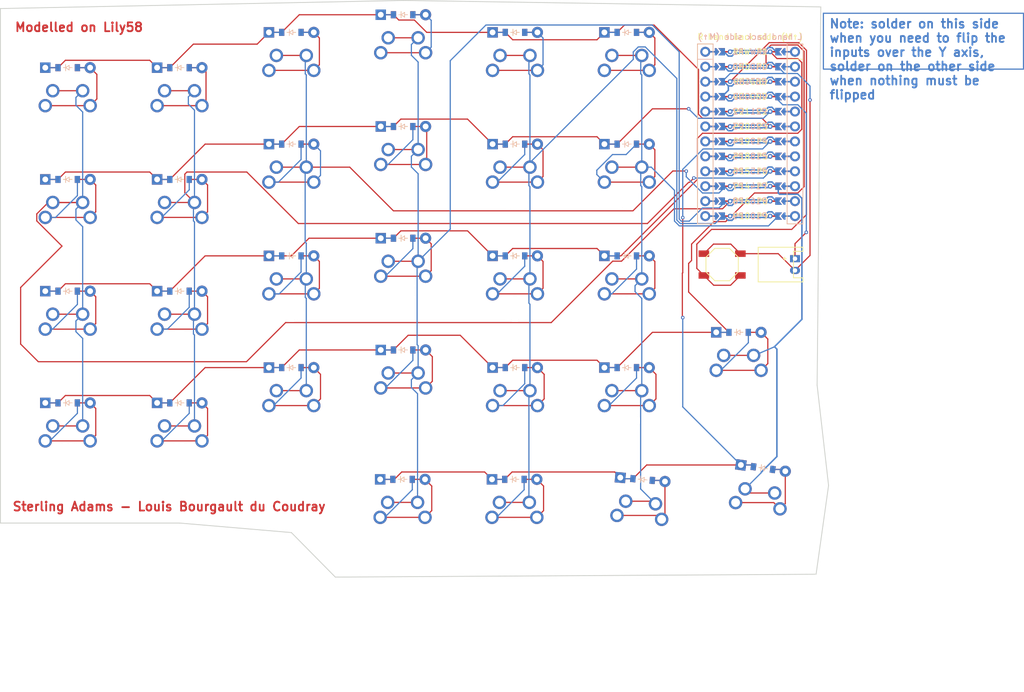
<source format=kicad_pcb>
(kicad_pcb (version 20241229) (generator "pcbnew") (generator_version "9.0")
  (title_block (title "main") (date "2025-10-27") (rev "v1.0.0") (company "Unknown"))
  (layers (0 "F.Cu" signal) (2 "B.Cu" signal) (13 "F.Paste" user) (15 "B.Paste" user) (5 "F.SilkS" user "F.Silkscreen") (7 "B.SilkS" user "B.Silkscreen") (1 "F.Mask" user) (3 "B.Mask" user) (25 "Edge.Cuts" user))
  (net 0 "")
  (net 1 "P16")
  (net 2 "outer_lower")
  (net 3 "outer_home")
  (net 4 "outer_upper")
  (net 5 "outer_num")
  (net 6 "P6")
  (net 7 "pinkie_lower")
  (net 8 "pinkie_home")
  (net 9 "pinkie_upper")
  (net 10 "pinkie_num")
  (net 11 "P7")
  (net 12 "ring_lower")
  (net 13 "ring_home")
  (net 14 "ring_upper")
  (net 15 "ring_num")
  (net 16 "P8")
  (net 17 "middle_lower")
  (net 18 "middle_home")
  (net 19 "middle_upper")
  (net 20 "middle_num")
  (net 21 "P9")
  (net 22 "index_lower")
  (net 23 "index_home")
  (net 24 "index_upper")
  (net 25 "index_num")
  (net 26 "P10")
  (net 27 "inner_lower")
  (net 28 "inner_home")
  (net 29 "inner_upper")
  (net 30 "inner_num")
  (net 31 "P11")
  (net 32 "innest_lower")
  (net 33 "1_top")
  (net 34 "2_top")
  (net 35 "3_top")
  (net 36 "P14")
  (net 37 "4_top")
  (net 38 "P0")
  (net 39 "P1")
  (net 40 "P2")
  (net 41 "P3")
  (net 42 "P4")
  (net 43 "RAW")
  (net 44 "GND")
  (net 45 "RST")
  (net 46 "VCC")
  (net 47 "P21")
  (net 48 "P20")
  (net 49 "P19")
  (net 50 "P18")
  (net 51 "P15")
  (net 52 "P5")
  (net 53 "MCU1_24")
  (net 54 "MCU1_1")
  (net 55 "MCU1_23")
  (net 56 "MCU1_2")
  (net 57 "MCU1_22")
  (net 58 "MCU1_3")
  (net 59 "MCU1_21")
  (net 60 "MCU1_4")
  (net 61 "MCU1_20")
  (net 62 "MCU1_5")
  (net 63 "MCU1_19")
  (net 64 "MCU1_6")
  (net 65 "MCU1_18")
  (net 66 "MCU1_7")
  (net 67 "MCU1_17")
  (net 68 "MCU1_8")
  (net 69 "MCU1_16")
  (net 70 "MCU1_9")
  (net 71 "MCU1_15")
  (net 72 "MCU1_10")
  (net 73 "MCU1_14")
  (net 74 "MCU1_11")
  (net 75 "MCU1_13")
  (net 76 "MCU1_12")
  (footprint "E73:SW_TACT_ALPS_SKQGABE010" (layer "F.Cu") (at 140.7925 62.98)
    (property "Reference" "B1" (hide yes))
    (property "Value" "" (hide yes))
  )
  (footprint "MX" (layer "F.Cu") (at 67.6 51.5)
    (property "Reference" "S11" (hide yes))
    (property "Value" "" (hide yes))
  )
  (footprint "MX" (layer "F.Cu") (at 124.6 51.5)
    (property "Reference" "S23" (hide yes))
    (property "Value" "" (hide yes))
  )
  (footprint "ComboDiode" (layer "F.Cu") (at 29.6 29.5)
    (property "Reference" "D4" (hide yes))
    (property "Value" "" (hide yes))
  )
  (footprint "ComboDiode" (layer "F.Cu") (at 29.6 67.5)
    (property "Reference" "D2" (hide yes))
    (property "Value" "" (hide yes))
  )
  (footprint "ComboDiode" (layer "F.Cu") (at 105.5 99.5)
    (property "Reference" "D27" (hide yes))
    (property "Value" "" (hide yes))
  )
  (footprint "MX" (layer "F.Cu") (at 67.6 70.5)
    (property "Reference" "S10" (hide yes))
    (property "Value" "" (hide yes))
  )
  (footprint "MX" (layer "F.Cu") (at 29.6 57.5)
    (property "Reference" "S3" (hide yes))
    (property "Value" "" (hide yes))
  )
  (footprint "MX" (layer "F.Cu") (at 146.5 106.5 -8)
    (property "Reference" "S29" (hide yes))
    (property "Value" "" (hide yes))
  )
  (footprint "MX" (layer "F.Cu") (at 126.5 108.5 -5)
    (property "Reference" "S28" (hide yes))
    (property "Value" "" (hide yes))
  )
  (footprint "ComboDiode" (layer "F.Cu") (at 143.6 74.5)
    (property "Reference" "D25" (hide yes))
    (property "Value" "" (hide yes))
  )
  (footprint "ComboDiode" (layer "F.Cu") (at 147.752558 97.587587 -8)
    (property "Reference" "D29" (hide yes))
    (property "Value" "" (hide yes))
  )
  (footprint "MX" (layer "F.Cu") (at 124.6 32.5)
    (property "Reference" "S24" (hide yes))
    (property "Value" "" (hide yes))
  )
  (footprint "ComboDiode" (layer "F.Cu") (at 48.6 29.5)
    (property "Reference" "D8" (hide yes))
    (property "Value" "" (hide yes))
  )
  (footprint "ComboDiode" (layer "F.Cu") (at 67.6 80.5)
    (property "Reference" "D9" (hide yes))
    (property "Value" "" (hide yes))
  )
  (footprint "ComboDiode" (layer "F.Cu") (at 86.6 39.5)
    (property "Reference" "D15" (hide yes))
    (property "Value" "" (hide yes))
  )
  (footprint "ComboDiode" (layer "F.Cu") (at 124.6 42.5)
    (property "Reference" "D23" (hide yes))
    (property "Value" "" (hide yes))
  )
  (footprint "ComboDiode" (layer "F.Cu") (at 48.6 48.5)
    (property "Reference" "D7" (hide yes))
    (property "Value" "" (hide yes))
  )
  (footprint "ComboDiode" (layer "F.Cu") (at 86.6 58.5)
    (property "Reference" "D14" (hide yes))
    (property "Value" "" (hide yes))
  )
  (footprint "ComboDiode" (layer "F.Cu") (at 86.6 20.5)
    (property "Reference" "D16" (hide yes))
    (property "Value" "" (hide yes))
  )
  (footprint "MX" (layer "F.Cu") (at 105.6 70.5)
    (property "Reference" "S18" (hide yes))
    (property "Value" "" (hide yes))
  )
  (footprint "MX" (layer "F.Cu") (at 86.6 48.5)
    (property "Reference" "S15" (hide yes))
    (property "Value" "" (hide yes))
  )
  (footprint "MX" (layer "F.Cu") (at 29.6 95.5)
    (property "Reference" "S1" (hide yes))
    (property "Value" "" (hide yes))
  )
  (footprint "MX" (layer "F.Cu") (at 105.5 108.5)
    (property "Reference" "S27" (hide yes))
    (property "Value" "" (hide yes))
  )
  (footprint "MX" (layer "F.Cu") (at 86.6 67.5)
    (property "Reference" "S14" (hide yes))
    (property "Value" "" (hide yes))
  )
  (footprint "MX" (layer "F.Cu") (at 48.6 76.5)
    (property "Reference" "S6" (hide yes))
    (property "Value" "" (hide yes))
  )
  (footprint "MX" (layer "F.Cu") (at 86.6 86.5)
    (property "Reference" "S13" (hide yes))
    (property "Value" "" (hide yes))
  )
  (footprint "MX" (layer "F.Cu") (at 29.6 76.5)
    (property "Reference" "S2" (hide yes))
    (property "Value" "" (hide yes))
  )
  (footprint "ComboDiode" (layer "F.Cu") (at 105.6 80.5)
    (property "Reference" "D17" (hide yes))
    (property "Value" "" (hide yes))
  )
  (footprint "ceoloide:mcu_supermini_nrf52840" (layer "F.Cu") (at 145.555 39.5)
    (property "Reference" "MCU1" (hide yes))
    (property "Value" "")
  )
  (footprint "MX" (layer "F.Cu") (at 29.6 38.5)
    (property "Reference" "S4" (hide yes))
    (property "Value" "" (hide yes))
  )
  (footprint "MX" (layer "F.Cu") (at 86.5 108.5)
    (property "Reference" "S26" (hide yes))
    (property "Value" "" (hide yes))
  )
  (footprint "ComboDiode" (layer "F.Cu") (at 105.6 61.5)
    (property "Reference" "D18" (hide yes))
    (property "Value" "" (hide yes))
  )
  (footprint "ComboDiode" (layer "F.Cu") (at 105.6 42.5)
    (property "Reference" "D19" (hide yes))
    (property "Value" "" (hide yes))
  )
  (footprint "ComboDiode" (layer "F.Cu") (at 29.6 48.5)
    (property "Reference" "D3" (hide yes))
    (property "Value" "" (hide yes))
  )
  (footprint "ComboDiode" (layer "F.Cu") (at 124.6 61.5)
    (property "Reference" "D22" (hide yes))
    (property "Value" "" (hide yes))
  )
  (footprint "MX" (layer "F.Cu") (at 124.6 89.5)
    (property "Reference" "S21" (hide yes))
    (property "Value" "" (hide yes))
  )
  (footprint "ComboDiode" (layer "F.Cu") (at 86.6 77.5)
    (property "Reference" "D13" (hide yes))
    (property "Value" "" (hide yes))
  )
  (footprint "MX" (layer "F.Cu") (at 67.6 89.5)
    (property "Reference" "S9" (hide yes))
    (property "Value" "" (hide yes))
  )
  (footprint "ComboDiode" (layer "F.Cu") (at 48.6 67.5)
    (property "Reference" "D6" (hide yes))
    (property "Value" "" (hide yes))
  )
  (footprint "MX" (layer "F.Cu") (at 105.6 89.5)
    (property "Reference" "S17" (hide yes))
    (property "Value" "" (hide yes))
  )
  (footprint "JST_PH_S2B-PH-K_02x2.00mm_Angled" (layer "F.Cu") (at 153.175 62.98 -90)
    (property "Reference" "JST1" (hide yes))
    (property "Value" "" (hide yes))
  )
  (footprint "MX" (layer "F.Cu") (at 48.6 57.5)
    (property "Reference" "S7" (hide yes))
    (property "Value" "" (hide yes))
  )
  (footprint "ComboDiode" (layer "F.Cu") (at 67.6 23.5)
    (property "Reference" "D12" (hide yes))
    (property "Value" "" (hide yes))
  )
  (footprint "ComboDiode" (layer "F.Cu") (at 105.6 23.5)
    (property "Reference" "D20" (hide yes))
    (property "Value" "" (hide yes))
  )
  (footprint "ComboDiode" (layer "F.Cu") (at 86.5 99.5)
    (property "Reference" "D26" (hide yes))
    (property "Value" "" (hide yes))
  )
  (footprint "MX" (layer "F.Cu") (at 67.6 32.5)
    (property "Reference" "S12" (hide yes))
    (property "Value" "" (hide yes))
  )
  (footprint "ComboDiode" (layer "F.Cu") (at 127.284402 99.534248 -5)
    (property "Reference" "D28" (hide yes))
    (property "Value" "" (hide yes))
  )
  (footprint "MX" (layer "F.Cu") (at 105.6 32.5)
    (property "Reference" "S20" (hide yes))
    (property "Value" "" (hide yes))
  )
  (footprint "MX" (layer "F.Cu") (at 124.6 70.5)
    (property "Reference" "S22" (hide yes))
    (property "Value" "" (hide yes))
  )
  (footprint "ComboDiode" (layer "F.Cu") (at 67.6 42.5)
    (property "Reference" "D11" (hide yes))
    (property "Value" "" (hide yes))
  )
  (footprint "ComboDiode" (layer "F.Cu") (at 29.6 86.5)
    (property "Reference" "D1" (hide yes))
    (property "Value" "" (hide yes))
  )
  (footprint "MX" (layer "F.Cu") (at 48.6 95.5)
    (property "Reference" "S5" (hide yes))
    (property "Value" "" (hide yes))
  )
  (footprint "ComboDiode" (layer "F.Cu") (at 124.6 23.5)
    (property "Reference" "D24" (hide yes))
    (property "Value" "" (hide yes))
  )
  (footprint "MX" (layer "F.Cu") (at 86.6 29.5)
    (property "Reference" "S16" (hide yes))
    (property "Value" "" (hide yes))
  )
  (footprint "ComboDiode" (layer "F.Cu") (at 124.6 80.5)
    (property "Reference" "D21" (hide yes))
    (property "Value" "" (hide yes))
  )
  (footprint "MX" (layer "F.Cu") (at 143.6 83.5)
    (property "Reference" "S25" (hide yes))
    (property "Value" "" (hide yes))
  )
  (footprint "ComboDiode" (layer "F.Cu") (at 48.6 86.5)
    (property "Reference" "D5" (hide yes))
    (property "Value" "" (hide yes))
  )
  (footprint "ComboDiode" (layer "F.Cu") (at 67.6 61.5)
    (property "Reference" "D10" (hide yes))
    (property "Value" "" (hide yes))
  )
  (footprint "MX" (layer "F.Cu") (at 105.6 51.5)
    (property "Reference" "S19" (hide yes))
    (property "Value" "" (hide yes))
  )
  (footprint "MX" (layer "F.Cu") (at 48.6 38.5)
    (property "Reference" "S8" (hide yes))
    (property "Value" "" (hide yes))
  )
  (gr_line (start 149.6 77) (end 146.1 78.5) (stroke (width 0.2)) (layer "B.Cu"))
  (gr_line (start 157.5565 19.165) (end 156.935 83.5) (stroke (width 0.15)) (layer "Edge.Cuts"))
  (gr_line (start 75.07 116.12) (end 67.6 108.55) (stroke (width 0.15)) (layer "Edge.Cuts"))
  (gr_line (start 67.6 108.55) (end 48.6 106.93) (stroke (width 0.15)) (layer "Edge.Cuts"))
  (gr_line (start 156.758265 115.636591) (end 75.07 116.12) (stroke (width 0.15)) (layer "Edge.Cuts"))
  (gr_line (start 86.6 18.07) (end 157.5565 19.165) (stroke (width 0.15)) (layer "Edge.Cuts"))
  (gr_line (start 18.17 19.45) (end 86.6 18.07) (stroke (width 0.15)) (layer "Edge.Cuts"))
  (gr_line (start 158.879263 100.544906) (end 156.758265 115.636591) (stroke (width 0.15)) (layer "Edge.Cuts"))
  (gr_line (start 48.6 106.93) (end 18.17 106.93) (stroke (width 0.15)) (layer "Edge.Cuts"))
  (gr_line (start 18.17 106.93) (end 18.17 19.45) (stroke (width 0.15)) (layer "Edge.Cuts"))
  (gr_line (start 156.935 83.5) (end 158.879263 100.544906) (stroke (width 0.15)) (layer "Edge.Cuts"))
  (gr_text "Modelled on Lily58" (at 20.5 23.5 0) (layer "F.Cu") (effects (font (size 1.5 1.5) (thickness 0.3) (bold yes)) (justify left bottom)))
  (gr_text "Sterling Adams - Louis Bourgault du Coudray\n" (at 20.1 105 0) (layer "F.Cu") (effects (font (size 1.5 1.5) (thickness 0.3) (bold yes)) (justify left bottom)))
  (gr_text_box "Note: solder on this side when you need to flip the inputs over the Y axis, solder on the other side when nothing must be flipped" (start 158 20.25) (end 192 29.75) (margins 1.0025 1.0025 1.0025 1.0025) (layer "B.Cu") (effects (font (size 1.5 1.5) (thickness 0.3) (bold yes)) (justify left top)) (border yes) (stroke (width 0.2)))
  (segment (start 140.78 52.2) (end 142.155 52.2) (width 0.25) (layer "F.Cu") (net 1))
  (segment (start 24.6 79.5) (end 59.973611 79.5) (width 0.2) (layer "F.Cu") (net 1))
  (segment (start 27.06 52.42) (end 32.14 52.42) (width 0.2) (layer "F.Cu") (net 1))
  (segment (start 140.855 53.5) (end 142.155 52.2) (width 0.2) (layer "F.Cu") (net 1))
  (segment (start 27.06 71.42) (end 32.14 71.42) (width 0.2) (layer "F.Cu") (net 1))
  (segment (start 21.6 76.5) (end 24.6 79.5) (width 0.2) (layer "F.Cu") (net 1))
  (segment (start 59.973611 79.5) (end 66.628711 72.8449) (width 0.2) (layer "F.Cu") (net 1))
  (segment (start 26.287875 52.42) (end 24.346 54.361875) (width 0.2) (layer "F.Cu") (net 1))
  (segment (start 21.6 66.873611) (end 21.6 76.5) (width 0.2) (layer "F.Cu") (net 1))
  (segment (start 132.602 53.5) (end 140.855 53.5) (width 0.2) (layer "F.Cu") (net 1))
  (segment (start 32.14 52.42) (end 26.287875 52.42) (width 0.2) (layer "F.Cu") (net 1))
  (segment (start 27.06 33.42) (end 32.14 33.42) (width 0.2) (layer "F.Cu") (net 1))
  (segment (start 24.346 54.361875) (end 24.346 55.562189) (width 0.2) (layer "F.Cu") (net 1))
  (segment (start 24.346 55.562189) (end 28.628711 59.8449) (width 0.2) (layer "F.Cu") (net 1))
  (segment (start 123.701 62.401) (end 132.602 53.5) (width 0.2) (layer "F.Cu") (net 1))
  (segment (start 27.06 90.42) (end 32.14 90.42) (width 0.2) (layer "F.Cu") (net 1))
  (segment (start 122.199 62.401) (end 123.701 62.401) (width 0.2) (layer "F.Cu") (net 1))
  (segment (start 66.628711 72.8449) (end 111.7551 72.8449) (width 0.2) (layer "F.Cu") (net 1))
  (segment (start 28.628711 59.8449) (end 21.6 66.873611) (width 0.2) (layer "F.Cu") (net 1))
  (segment (start 111.7551 72.8449) (end 122.199 62.401) (width 0.2) (layer "F.Cu") (net 1))
  (segment (start 32.14 33.42) (end 30.997 34.563) (width 0.2) (layer "B.Cu") (net 1))
  (segment (start 148.654695 51.475) (end 148.149695 51.98) (width 0.25) (layer "B.Cu") (net 1))
  (segment (start 150.33 52.2) (end 149.980305 52.2) (width 0.25) (layer "B.Cu") (net 1))
  (segment (start 30.997 72.563) (end 30.997 74.397) (width 0.2) (layer "B.Cu") (net 1))
  (segment (start 30.997 55.397) (end 32.14 56.54) (width 0.2) (layer "B.Cu") (net 1))
  (segment (start 30.997 34.563) (end 30.997 35.897) (width 0.2) (layer "B.Cu") (net 1))
  (segment (start 149.255305 51.475) (end 148.654695 51.475) (width 0.25) (layer "B.Cu") (net 1))
  (segment (start 32.14 52.42) (end 30.997 53.563) (width 0.2) (layer "B.Cu") (net 1))
  (segment (start 32.14 71.42) (end 30.997 72.563) (width 0.2) (layer "B.Cu") (net 1))
  (segment (start 30.997 53.563) (end 30.997 55.397) (width 0.2) (layer "B.Cu") (net 1))
  (segment (start 30.997 35.897) (end 32.14 37.04) (width 0.2) (layer "B.Cu") (net 1))
  (segment (start 32.14 75.54) (end 32.14 90.42) (width 0.2) (layer "B.Cu") (net 1))
  (segment (start 148.149695 51.98) (end 142.375 51.98) (width 0.25) (layer "B.Cu") (net 1))
  (segment (start 32.14 37.04) (end 32.14 52.42) (width 0.2) (layer "B.Cu") (net 1))
  (segment (start 30.997 74.397) (end 32.14 75.54) (width 0.2) (layer "B.Cu") (net 1))
  (segment (start 32.14 56.54) (end 32.14 71.42) (width 0.2) (layer "B.Cu") (net 1))
  (segment (start 149.980305 52.2) (end 149.255305 51.475) (width 0.25) (layer "B.Cu") (net 1))
  (segment (start 31.25 86.5) (end 33.41 86.5) (width 0.2) (layer "F.Cu") (net 2))
  (segment (start 34.3625 87.4525) (end 34.3625 92.0075) (width 0.2) (layer "F.Cu") (net 2))
  (segment (start 33.41 86.5) (end 34.3625 87.4525) (width 0.2) (layer "F.Cu") (net 2))
  (segment (start 25.79 92.96) (end 33.41 92.96) (width 0.2) (layer "F.Cu") (net 2))
  (segment (start 34.3625 92.0075) (end 33.41 92.96) (width 0.2) (layer "F.Cu") (net 2))
  (segment (start 26.562125 92.96) (end 25.79 92.96) (width 0.2) (layer "B.Cu") (net 2))
  (segment (start 31.25 88.272125) (end 26.562125 92.96) (width 0.2) (layer "B.Cu") (net 2))
  (segment (start 31.25 86.5) (end 31.25 88.272125) (width 0.2) (layer "B.Cu") (net 2))
  (segment (start 34.3625 73.0075) (end 33.41 73.96) (width 0.2) (layer "F.Cu") (net 3))
  (segment (start 31.25 67.5) (end 33.41 67.5) (width 0.2) (layer "F.Cu") (net 3))
  (segment (start 33.41 67.5) (end 34.3625 68.4525) (width 0.2) (layer "F.Cu") (net 3))
  (segment (start 25.79 73.96) (end 33.41 73.96) (width 0.2) (layer "F.Cu") (net 3))
  (segment (start 34.3625 68.4525) (end 34.3625 73.0075) (width 0.2) (layer "F.Cu") (net 3))
  (segment (start 27.04 73.96) (end 25.79 73.96) (width 0.2) (layer "B.Cu") (net 3))
  (segment (start 31.25 69.75) (end 27.04 73.96) (width 0.2) (layer "B.Cu") (net 3))
  (segment (start 31.25 67.5) (end 31.25 69.75) (width 0.2) (layer "B.Cu") (net 3))
  (segment (start 31.25 48.5) (end 33.41 48.5) (width 0.2) (layer "F.Cu") (net 4))
  (segment (start 33.41 48.5) (end 34.3625 49.4525) (width 0.2) (layer "F.Cu") (net 4))
  (segment (start 34.3625 54.0075) (end 33.41 54.96) (width 0.2) (layer "F.Cu") (net 4))
  (segment (start 25.79 54.96) (end 33.41 54.96) (width 0.2) (layer "F.Cu") (net 4))
  (segment (start 34.3625 49.4525) (end 34.3625 54.0075) (width 0.2) (layer "F.Cu") (net 4))
  (segment (start 31.25 51.25) (end 27.54 54.96) (width 0.2) (layer "B.Cu") (net 4))
  (segment (start 27.54 54.96) (end 25.79 54.96) (width 0.2) (layer "B.Cu") (net 4))
  (segment (start 31.25 48.5) (end 31.25 51.25) (width 0.2) (layer "B.Cu") (net 4))
  (segment (start 25.79 35.96) (end 33.41 35.96) (width 0.2) (layer "F.Cu") (net 5))
  (segment (start 33.41 35.96) (end 34.553 34.817) (width 0.2) (layer "F.Cu") (net 5))
  (segment (start 34.553 34.817) (end 34.553 30.643) (width 0.2) (layer "F.Cu") (net 5))
  (segment (start 34.553 30.643) (end 33.41 29.5) (width 0.2) (layer "F.Cu") (net 5))
  (segment (start 33.41 29.5) (end 31.25 29.5) (width 0.2) (layer "F.Cu") (net 5))
  (segment (start 31.25 29.5) (end 33.41 29.5) (width 0.2) (layer "B.Cu") (net 5))
  (segment (start 135.1 49) (end 128.1 56) (width 0.2) (layer "F.Cu") (net 6))
  (segment (start 46.06 52.42) (end 51.14 52.42) (width 0.2) (layer "F.Cu") (net 6))
  (segment (start 49.499 50.779) (end 51.14 52.42) (width 0.2) (layer "F.Cu") (net 6))
  (segment (start 46.06 90.42) (end 51.14 90.42) (width 0.2) (layer "F.Cu") (net 6))
  (segment (start 60.030311 47.2465) (end 49.8515 47.2465) (width 0.2) (layer "F.Cu") (net 6))
  (segment (start 49.8515 47.2465) (end 49.499 47.599) (width 0.2) (layer "F.Cu") (net 6))
  (segment (start 49.499 47.599) (end 49.499 50.779) (width 0.2) (layer "F.Cu") (net 6))
  (segment (start 135.990235 48.261235) (end 135.25147 49) (width 0.2) (layer "F.Cu") (net 6))
  (segment (start 135.25147 49) (end 135.1 49) (width 0.2) (layer "F.Cu") (net 6))
  (segment (start 46.06 33.42) (end 51.14 33.42) (width 0.2) (layer "F.Cu") (net 6))
  (segment (start 46.06 71.42) (end 51.14 71.42) (width 0.2) (layer "F.Cu") (net 6))
  (segment (start 128.1 56) (end 68.783811 56) (width 0.2) (layer "F.Cu") (net 6))
  (segment (start 150.33 47.12) (end 148.955 47.12) (width 0.25) (layer "F.Cu") (net 6))
  (segment (start 68.783811 56) (end 60.030311 47.2465) (width 0.2) (layer "F.Cu") (net 6))
  (via (at 135.990235 48.261235) (size 0.6) (drill 0.3) (layers "F.Cu" "B.Cu") (net 6))
  (segment (start 147.804 48.271) (end 148.955 47.12) (width 0.2) (layer "B.Cu") (net 6))
  (segment (start 135.990235 48.261235) (end 136 48.271) (width 0.2) (layer "B.Cu") (net 6))
  (segment (start 50.966 55.558125) (end 50.966 52.594) (width 0.2) (layer "B.Cu") (net 6))
  (segment (start 142.455305 47.845) (end 142.950305 47.35) (width 0.25) (layer "B.Cu") (net 6))
  (segment (start 50.1 35.692125) (end 50.1 34.46) (width 0.2) (layer "B.Cu") (net 6))
  (segment (start 51.14 36.732125) (end 50.1 35.692125) (width 0.2) (layer "B.Cu") (net 6))
  (segment (start 51.14 74.959999) (end 50.966 74.785999) (width 0.2) (layer "B.Cu") (net 6))
  (segment (start 50.966 74.785999) (end 50.966 71.594) (width 0.2) (layer "B.Cu") (net 6))
  (segment (start 142.950305 47.35) (end 148.725 47.35) (width 0.25) (layer "B.Cu") (net 6))
  (segment (start 51.14 52.42) (end 51.14 36.732125) (width 0.2) (layer "B.Cu") (net 6))
  (segment (start 141.129695 47.12) (end 141.854695 47.845) (width 0.25) (layer "B.Cu") (net 6))
  (segment (start 50.966 52.594) (end 51.14 52.42) (width 0.2) (layer "B.Cu") (net 6))
  (segment (start 141.854695 47.845) (end 142.455305 47.845) (width 0.25) (layer "B.Cu") (net 6))
  (segment (start 50.966 71.594) (end 51.14 71.42) (width 0.2) (layer "B.Cu") (net 6))
  (segment (start 51.14 90.42) (end 51.14 74.959999) (width 0.2) (layer "B.Cu") (net 6))
  (segment (start 50.1 34.46) (end 51.14 33.42) (width 0.2) (layer "B.Cu") (net 6))
  (segment (start 136 48.271) (end 147.804 48.271) (width 0.2) (layer "B.Cu") (net 6))
  (segment (start 51.14 55.732125) (end 50.966 55.558125) (width 0.2) (layer "B.Cu") (net 6))
  (segment (start 140.78 47.12) (end 141.129695 47.12) (width 0.25) (layer "B.Cu") (net 6))
  (segment (start 51.14 71.42) (end 51.14 55.732125) (width 0.2) (layer "B.Cu") (net 6))
  (segment (start 53.3625 92.0075) (end 52.41 92.96) (width 0.2) (layer "F.Cu") (net 7))
  (segment (start 53.3625 87.4525) (end 53.3625 92.0075) (width 0.2) (layer "F.Cu") (net 7))
  (segment (start 44.79 92.96) (end 52.41 92.96) (width 0.2) (layer "F.Cu") (net 7))
  (segment (start 50.25 86.5) (end 52.41 86.5) (width 0.2) (layer "F.Cu") (net 7))
  (segment (start 52.41 86.5) (end 53.3625 87.4525) (width 0.2) (layer "F.Cu") (net 7))
  (segment (start 50.25 88.272125) (end 45.562125 92.96) (width 0.2) (layer "B.Cu") (net 7))
  (segment (start 50.25 86.5) (end 50.25 88.272125) (width 0.2) (layer "B.Cu") (net 7))
  (segment (start 45.562125 92.96) (end 44.79 92.96) (width 0.2) (layer "B.Cu") (net 7))
  (segment (start 50.25 86.5) (end 50.5 86.5) (width 0.2) (layer "B.Cu") (net 7))
  (segment (start 50.25 67.5) (end 52.41 67.5) (width 0.2) (layer "F.Cu") (net 8))
  (segment (start 53.3625 73.0075) (end 52.41 73.96) (width 0.2) (layer "F.Cu") (net 8))
  (segment (start 44.79 73.96) (end 52.41 73.96) (width 0.2) (layer "F.Cu") (net 8))
  (segment (start 53.3625 68.4525) (end 53.3625 73.0075) (width 0.2) (layer "F.Cu") (net 8))
  (segment (start 52.41 67.5) (end 53.3625 68.4525) (width 0.2) (layer "F.Cu") (net 8))
  (segment (start 46.54 73.96) (end 44.79 73.96) (width 0.2) (layer "B.Cu") (net 8))
  (segment (start 50.25 67.5) (end 50.25 70.25) (width 0.2) (layer "B.Cu") (net 8))
  (segment (start 50.25 70.25) (end 46.54 73.96) (width 0.2) (layer "B.Cu") (net 8))
  (segment (start 52.41 48.5) (end 53.3625 49.4525) (width 0.2) (layer "F.Cu") (net 9))
  (segment (start 53.3625 49.4525) (end 53.3625 54.0075) (width 0.2) (layer "F.Cu") (net 9))
  (segment (start 44.79 54.96) (end 52.41 54.96) (width 0.2) (layer "F.Cu") (net 9))
  (segment (start 53.3625 54.0075) (end 52.41 54.96) (width 0.2) (layer "F.Cu") (net 9))
  (segment (start 50.25 48.5) (end 52.41 48.5) (width 0.2) (layer "F.Cu") (net 9))
  (segment (start 50.25 50.272125) (end 45.562125 54.96) (width 0.2) (layer "B.Cu") (net 9))
  (segment (start 50.25 48.5) (end 50.25 50.272125) (width 0.2) (layer "B.Cu") (net 9))
  (segment (start 45.562125 54.96) (end 44.79 54.96) (width 0.2) (layer "B.Cu") (net 9))
  (segment (start 44.79 35.96) (end 52.41 35.96) (width 0.2) (layer "F.Cu") (net 10))
  (segment (start 52.41 29.5) (end 53.1 30.19) (width 0.2) (layer "F.Cu") (net 10))
  (segment (start 53.1 35.27) (end 52.41 35.96) (width 0.2) (layer "F.Cu") (net 10))
  (segment (start 50.25 29.5) (end 52.41 29.5) (width 0.2) (layer "F.Cu") (net 10))
  (segment (start 53.1 30.19) (end 53.1 35.27) (width 0.2) (layer "F.Cu") (net 10))
  (segment (start 50.25 29.5) (end 52.41 29.5) (width 0.2) (layer "B.Cu") (net 10))
  (segment (start 65.06 65.42) (end 70.14 65.42) (width 0.2) (layer "F.Cu") (net 11))
  (segment (start 150.33 49.66) (end 148.955 49.66) (width 0.25) (layer "F.Cu") (net 11))
  (segment (start 134.7 47.101827) (end 134.666058 47.067885) (width 0.2) (layer "F.Cu") (net 11))
  (segment (start 132.412372 47.067885) (end 125.635357 53.8449) (width 0.2) (layer "F.Cu") (net 11))
  (segment (start 77.52 46.42) (end 70.14 46.42) (width 0.2) (layer "F.Cu") (net 11))
  (segment (start 84.9449 53.8449) (end 77.52 46.42) (width 0.2) (layer "F.Cu") (net 11))
  (segment (start 65.06 27.42) (end 70.14 27.42) (width 0.2) (layer "F.Cu") (net 11))
  (segment (start 65.06 46.42) (end 70.14 46.42) (width 0.2) (layer "F.Cu") (net 11))
  (segment (start 134.666058 47.067885) (end 132.412372 47.067885) (width 0.2) (layer "F.Cu") (net 11))
  (segment (start 65.06 84.42) (end 70.14 84.42) (width 0.2) (layer "F.Cu") (net 11))
  (segment (start 125.635357 53.8449) (end 84.9449 53.8449) (width 0.2) (layer "F.Cu") (net 11))
  (via (at 134.7 47.101827) (size 0.6) (drill 0.3) (layers "F.Cu" "B.Cu") (net 11))
  (segment (start 69.966 27.594) (end 70.14 27.42) (width 0.2) (layer "B.Cu") (net 11))
  (segment (start 137.45824 50.811) (end 140.259 50.811) (width 0.2) (layer "B.Cu") (net 11))
  (segment (start 141.854695 50.385) (end 142.455305 50.385) (width 0.25) (layer "B.Cu") (net 11))
  (segment (start 142.455305 50.385) (end 142.950305 49.89) (width 0.25) (layer "B.Cu") (net 11))
  (segment (start 70.14 30.732125) (end 69.966 30.558125) (width 0.2) (layer "B.Cu") (net 11))
  (segment (start 69.9449 46.6151) (end 69.9449 59.1531) (width 0.2) (layer "B.Cu") (net 11))
  (segment (start 134.7 47.101827) (end 134.7 48.05276) (width 0.2) (layer "B.Cu") (net 11))
  (segment (start 69.966 30.558125) (end 69.966 27.594) (width 0.2) (layer "B.Cu") (net 11))
  (segment (start 142.950305 49.89) (end 148.725 49.89) (width 0.25) (layer "B.Cu") (net 11))
  (segment (start 141.129695 49.66) (end 141.854695 50.385) (width 0.25) (layer "B.Cu") (net 11))
  (segment (start 69.9449 59.1531) (end 70.14 59.3482) (width 0.2) (layer "B.Cu") (net 11))
  (segment (start 140.259 50.811) (end 140.78 50.29) (width 0.2) (layer "B.Cu") (net 11))
  (segment (start 70.14 46.42) (end 70.14 30.732125) (width 0.2) (layer "B.Cu") (net 11))
  (segment (start 70.14 59.3482) (end 70.14 65.42) (width 0.2) (layer "B.Cu") (net 11))
  (segment (start 70.14 46.42) (end 69.9449 46.6151) (width 0.2) (layer "B.Cu") (net 11))
  (segment (start 140.78 49.66) (end 141.129695 49.66) (width 0.25) (layer "B.Cu") (net 11))
  (segment (start 134.7 48.05276) (end 137.45824 50.811) (width 0.2) (layer "B.Cu") (net 11))
  (segment (start 140.78 50.29) (end 140.78 49.66) (width 0.2) (layer "B.Cu") (net 11))
  (segment (start 69.966 65.594) (end 70.14 65.42) (width 0.2) (layer "B.Cu") (net 11))
  (segment (start 70.14 68.732125) (end 69.966 68.558125) (width 0.2) (layer "B.Cu") (net 11))
  (segment (start 70.14 84.42) (end 70.14 68.732125) (width 0.2) (layer "B.Cu") (net 11))
  (segment (start 69.966 68.558125) (end 69.966 65.594) (width 0.2) (layer "B.Cu") (net 11))
  (segment (start 71.41 86.96) (end 72.553 85.817) (width 0.2) (layer "F.Cu") (net 12))
  (segment (start 72.553 85.817) (end 72.553 81.643) (width 0.2) (layer "F.Cu") (net 12))
  (segment (start 71.41 80.5) (end 69.25 80.5) (width 0.2) (layer "F.Cu") (net 12))
  (segment (start 63.79 86.96) (end 71.41 86.96) (width 0.2) (layer "F.Cu") (net 12))
  (segment (start 72.553 81.643) (end 71.41 80.5) (width 0.2) (layer "F.Cu") (net 12))
  (segment (start 69.25 82.272125) (end 64.562125 86.96) (width 0.2) (layer "B.Cu") (net 12))
  (segment (start 64.562125 86.96) (end 63.79 86.96) (width 0.2) (layer "B.Cu") (net 12))
  (segment (start 69.25 80.5) (end 69.25 82.272125) (width 0.2) (layer "B.Cu") (net 12))
  (segment (start 72.3625 67.0075) (end 71.41 67.96) (width 0.2) (layer "F.Cu") (net 13))
  (segment (start 63.79 67.96) (end 71.41 67.96) (width 0.2) (layer "F.Cu") (net 13))
  (segment (start 72.3625 62.4525) (end 72.3625 67.0075) (width 0.2) (layer "F.Cu") (net 13))
  (segment (start 71.41 61.5) (end 72.3625 62.4525) (width 0.2) (layer "F.Cu") (net 13))
  (segment (start 69.25 61.5) (end 71.41 61.5) (width 0.2) (layer "F.Cu") (net 13))
  (segment (start 69.25 61.5) (end 69.25 64.25) (width 0.2) (layer "B.Cu") (net 13))
  (segment (start 65.54 67.96) (end 63.79 67.96) (width 0.2) (layer "B.Cu") (net 13))
  (segment (start 69.25 64.25) (end 65.54 67.96) (width 0.2) (layer "B.Cu") (net 13))
  (segment (start 71.41 42.5) (end 69.25 42.5) (width 0.2) (layer "F.Cu") (net 14))
  (segment (start 63.79 48.96) (end 71.41 48.96) (width 0.2) (layer "F.Cu") (net 14))
  (segment (start 69.25 42.5) (end 69.25 45.116446) (width 0.2) (layer "B.Cu") (net 14))
  (segment (start 72.553 47.817) (end 72.553 43.643) (width 0.2) (layer "B.Cu") (net 14))
  (segment (start 69.25 45.116446) (end 65.406446 48.96) (width 0.2) (layer "B.Cu") (net 14))
  (segment (start 72.553 43.643) (end 71.41 42.5) (width 0.2) (layer "B.Cu") (net 14))
  (segment (start 65.406446 48.96) (end 63.79 48.96) (width 0.2) (layer "B.Cu") (net 14))
  (segment (start 71.41 48.96) (end 72.553 47.817) (width 0.2) (layer "B.Cu") (net 14))
  (segment (start 72.3625 24.4525) (end 72.3625 29.0075) (width 0.2) (layer "F.Cu") (net 15))
  (segment (start 72.3625 29.0075) (end 71.41 29.96) (width 0.2) (layer "F.Cu") (net 15))
  (segment (start 63.79 29.96) (end 71.41 29.96) (width 0.2) (layer "F.Cu") (net 15))
  (segment (start 71.41 23.5) (end 72.3625 24.4525) (width 0.2) (layer "F.Cu") (net 15))
  (segment (start 69.25 23.5) (end 71.41 23.5) (width 0.2) (layer "F.Cu") (net 15))
  (segment (start 69.25 23.5) (end 71.41 23.5) (width 0.2) (layer "B.Cu") (net 15))
  (segment (start 84.06 43.42) (end 89.14 43.42) (width 0.2) (layer "F.Cu") (net 16))
  (segment (start 150.33 52.2) (end 148.955 52.2) (width 0.25) (layer "F.Cu") (net 16))
  (segment (start 84.06 24.42) (end 89.14 24.42) (width 0.2) (layer "F.Cu") (net 16))
  (segment (start 84.06 81.42) (end 89.14 81.42) (width 0.2) (layer "F.Cu") (net 16))
  (segment (start 83.96 103.42) (end 89.04 103.42) (width 0.2) (layer "F.Cu") (net 16))
  (segment (start 84.06 62.42) (end 89.14 62.42) (width 0.2) (layer "F.Cu") (net 16))
  (segment (start 133.499 26.816283) (end 133.499 55.248943) (width 0.2) (layer "B.Cu") (net 16))
  (segment (start 128.929217 22.2465) (end 133.499 26.816283) (width 0.2) (layer "B.Cu") (net 16))
  (segment (start 89.14 28.54) (end 89.14 43.42) (width 0.2) (layer "B.Cu") (net 16))
  (segment (start 89.14 47.54) (end 89.14 62.42) (width 0.2) (layer "B.Cu") (net 16))
  (segment (start 133.499 55.248943) (end 133.851057 55.601) (width 0.2) (layer "B.Cu") (net 16))
  (segment (start 87.997 46.397) (end 89.14 47.54) (width 0.2) (layer "B.Cu") (net 16))
  (segment (start 94.6 28.31) (end 100.6635 22.2465) (width 0.2) (layer "B.Cu") (net 16))
  (segment (start 140.259 53.351) (end 140.78 52.83) (width 0.2) (layer "B.Cu") (net 16))
  (segment (start 142.950305 52.43) (end 148.725 52.43) (width 0.25) (layer "B.Cu") (net 16))
  (segment (start 133.851057 55.601) (end 135.20824 55.601) (width 0.2) (layer "B.Cu") (net 16))
  (segment (start 87.997 27.397) (end 89.14 28.54) (width 0.2) (layer "B.Cu") (net 16))
  (segment (start 89.14 24.42) (end 87.997 25.563) (width 0.2) (layer "B.Cu") (net 16))
  (segment (start 89.14 76.773) (end 89.14 81.42) (width 0.2) (layer "B.Cu") (net 16))
  (segment (start 89.14 62.42) (end 88.966 62.594) (width 0.2) (layer "B.Cu") (net 16))
  (segment (start 137.45824 53.351) (end 140.259 53.351) (width 0.2) (layer "B.Cu") (net 16))
  (segment (start 87.997 83.897) (end 89.04 84.94) (width 0.2) (layer "B.Cu") (net 16))
  (segment (start 89.14 81.42) (end 87.997 82.563) (width 0.2) (layer "B.Cu") (net 16))
  (segment (start 89.14 62.42) (end 94.6 56.96) (width 0.2) (layer "B.Cu") (net 16))
  (segment (start 140.78 52.83) (end 140.78 52.2) (width 0.2) (layer "B.Cu") (net 16))
  (segment (start 87.997 25.563) (end 87.997 27.397) (width 0.2) (layer "B.Cu") (net 16))
  (segment (start 94.6 56.96) (end 94.6 28.31) (width 0.2) (layer "B.Cu") (net 16))
  (segment (start 100.6635 22.2465) (end 128.929217 22.2465) (width 0.2) (layer "B.Cu") (net 16))
  (segment (start 89.04 84.94) (end 89.04 103.42) (width 0.2) (layer "B.Cu") (net 16))
  (segment (start 140.78 52.2) (end 141.129695 52.2) (width 0.25) (layer "B.Cu") (net 16))
  (segment (start 87.997 44.563) (end 87.997 46.397) (width 0.2) (layer "B.Cu") (net 16))
  (segment (start 88.966 62.594) (end 88.966 76.599) (width 0.2) (layer "B.Cu") (net 16))
  (segment (start 135.20824 55.601) (end 137.45824 53.351) (width 0.2) (layer "B.Cu") (net 16))
  (segment (start 142.455305 52.925) (end 142.950305 52.43) (width 0.25) (layer "B.Cu") (net 16))
  (segment (start 141.129695 52.2) (end 141.854695 52.925) (width 0.25) (layer "B.Cu") (net 16))
  (segment (start 141.854695 52.925) (end 142.455305 52.925) (width 0.25) (layer "B.Cu") (net 16))
  (segment (start 89.14 43.42) (end 87.997 44.563) (width 0.2) (layer "B.Cu") (net 16))
  (segment (start 88.966 76.599) (end 89.14 76.773) (width 0.2) (layer "B.Cu") (net 16))
  (segment (start 87.997 82.563) (end 87.997 83.897) (width 0.2) (layer "B.Cu") (net 16))
  (segment (start 91.553 78.643) (end 90.41 77.5) (width 0.2) (layer "F.Cu") (net 17))
  (segment (start 91.553 82.817) (end 91.553 78.643) (width 0.2) (layer "F.Cu") (net 17))
  (segment (start 90.41 77.5) (end 88.25 77.5) (width 0.2) (layer "F.Cu") (net 17))
  (segment (start 82.79 83.96) (end 90.41 83.96) (width 0.2) (layer "F.Cu") (net 17))
  (segment (start 90.41 83.96) (end 91.553 82.817) (width 0.2) (layer "F.Cu") (net 17))
  (segment (start 88.25 79.272125) (end 83.562125 83.96) (width 0.2) (layer "B.Cu") (net 17))
  (segment (start 83.562125 83.96) (end 82.79 83.96) (width 0.2) (layer "B.Cu") (net 17))
  (segment (start 88.25 77.5) (end 88.25 79.272125) (width 0.2) (layer "B.Cu") (net 17))
  (segment (start 91.3625 64.0075) (end 90.41 64.96) (width 0.2) (layer "F.Cu") (net 18))
  (segment (start 90.41 58.5) (end 91.3625 59.4525) (width 0.2) (layer "F.Cu") (net 18))
  (segment (start 88.25 58.5) (end 90.41 58.5) (width 0.2) (layer "F.Cu") (net 18))
  (segment (start 91.3625 59.4525) (end 91.3625 64.0075) (width 0.2) (layer "F.Cu") (net 18))
  (segment (start 82.79 64.96) (end 90.41 64.96) (width 0.2) (layer "F.Cu") (net 18))
  (segment (start 83.562125 64.96) (end 82.79 64.96) (width 0.2) (layer "B.Cu") (net 18))
  (segment (start 88.25 58.5) (end 88.25 60.272125) (width 0.2) (layer "B.Cu") (net 18))
  (segment (start 88.25 60.272125) (end 83.562125 64.96) (width 0.2) (layer "B.Cu") (net 18))
  (segment (start 90.41 39.5) (end 88.25 39.5) (width 0.2) (layer "F.Cu") (net 19))
  (segment (start 90.41 45.96) (end 90.6 45.77) (width 0.2) (layer "F.Cu") (net 19))
  (segment (start 82.79 45.96) (end 90.41 45.96) (width 0.2) (layer "F.Cu") (net 19))
  (segment (start 90.6 45.77) (end 90.6 39.69) (width 0.2) (layer "F.Cu") (net 19))
  (segment (start 90.6 39.69) (end 90.41 39.5) (width 0.2) (layer "F.Cu") (net 19))
  (segment (start 88.25 39.5) (end 88.25 41.75) (width 0.2) (layer "B.Cu") (net 19))
  (segment (start 88.25 41.75) (end 84.04 45.96) (width 0.2) (layer "B.Cu") (net 19))
  (segment (start 84.04 45.96) (end 82.79 45.96) (width 0.2) (layer "B.Cu") (net 19))
  (segment (start 88.25 20.5) (end 90.41 20.5) (width 0.2) (layer "F.Cu") (net 20))
  (segment (start 82.79 26.96) (end 90.41 26.96) (width 0.2) (layer "F.Cu") (net 20))
  (segment (start 91.3625 26.0075) (end 90.41 26.96) (width 0.2) (layer "B.Cu") (net 20))
  (segment (start 90.41 20.5) (end 91.3625 21.4525) (width 0.2) (layer "B.Cu") (net 20))
  (segment (start 88.25 20.5) (end 90.41 20.5) (width 0.2) (layer "B.Cu") (net 20))
  (segment (start 91.3625 21.4525) (end 91.3625 26.0075) (width 0.2) (layer "B.Cu") (net 20))
  (segment (start 103.06 27.42) (end 108.14 27.42) (width 0.2) (layer "F.Cu") (net 21))
  (segment (start 103.06 65.42) (end 108.14 65.42) (width 0.2) (layer "F.Cu") (net 21))
  (segment (start 103.06 46.42) (end 108.14 46.42) (width 0.2) (layer "F.Cu") (net 21))
  (segment (start 102.96 103.42) (end 108.04 103.42) (width 0.2) (layer "F.Cu") (net 21))
  (segment (start 150.33 54.74) (end 148.955 54.74) (width 0.25) (layer "F.Cu") (net 21))
  (segment (start 103.06 84.42) (end 108.14 84.42) (width 0.2) (layer "F.Cu") (net 21))
  (segment (start 107.966 30.558125) (end 107.966 27.594) (width 0.2) (layer "B.Cu") (net 21))
  (segment (start 133.098 55.415043) (end 133.684957 56.002) (width 0.2) (layer "B.Cu") (net 21))
  (segment (start 108.14 65.42) (end 108.14 49.732125) (width 0.2) (layer "B.Cu") (net 21))
  (segment (start 108.14 49.732125) (end 107.966 49.558125) (width 0.2) (layer "B.Cu") (net 21))
  (segment (start 107.966 46.594) (end 108.14 46.42) (width 0.2) (layer "B.Cu") (net 21))
  (segment (start 108.14 69.723811) (end 107.966 69.549811) (width 0.2) (layer "B.Cu") (net 21))
  (segment (start 107.966 27.594) (end 108.14 27.42) (width 0.2) (layer "B.Cu") (net 21))
  (segment (start 108.14 46.42) (end 108.14 30.732125) (width 0.2) (layer "B.Cu") (net 21))
  (segment (start 107.966 65.594) (end 108.14 65.42) (width 0.2) (layer "B.Cu") (net 21))
  (segment (start 142.950305 54.97) (end 148.725 54.97) (width 0.25) (layer "B.Cu") (net 21))
  (segment (start 107.966 84.594) (end 108.14 84.42) (width 0.2) (layer "B.Cu") (net 21))
  (segment (start 107.966 49.558125) (end 107.966 46.594) (width 0.2) (layer "B.Cu") (net 21))
  (segment (start 141.854695 55.465) (end 142.455305 55.465) (width 0.25) (layer "B.Cu") (net 21))
  (segment (start 125.696 26.821875) (end 126.541875 25.976) (width 0.2) (layer "B.Cu") (net 21))
  (segment (start 133.098 31.335875) (end 133.098 55.415043) (width 0.2) (layer "B.Cu") (net 21))
  (segment (start 108.14 45.643811) (end 125.696 28.087811) (width 0.2) (layer "B.Cu") (net 21))
  (segment (start 108.14 84.42) (end 108.14 69.723811) (width 0.2) (layer "B.Cu") (net 21))
  (segment (start 108.14 46.42) (end 108.14 45.643811) (width 0.2) (layer "B.Cu") (net 21))
  (segment (start 107.966 69.549811) (end 107.966 65.594) (width 0.2) (layer "B.Cu") (net 21))
  (segment (start 140.78 54.74) (end 141.129695 54.74) (width 0.25) (layer "B.Cu") (net 21))
  (segment (start 126.541875 25.976) (end 127.738125 25.976) (width 0.2) (layer "B.Cu") (net 21))
  (segment (start 108.04 103.42) (end 107.966 103.346) (width 0.2) (layer "B.Cu") (net 21))
  (segment (start 139.600707 56.002) (end 140.78 54.822707) (width 0.2) (layer "B.Cu") (net 21))
  (segment (start 142.455305 55.465) (end 142.950305 54.97) (width 0.25) (layer "B.Cu") (net 21))
  (segment (start 125.696 28.087811) (end 125.696 26.821875) (width 0.2) (layer "B.Cu") (net 21))
  (segment (start 107.966 103.346) (end 107.966 84.594) (width 0.2) (layer "B.Cu") (net 21))
  (segment (start 133.684957 56.002) (end 139.600707 56.002) (width 0.2) (layer "B.Cu") (net 21))
  (segment (start 140.78 54.822707) (end 140.78 54.74) (width 0.2) (layer "B.Cu") (net 21))
  (segment (start 141.129695 54.74) (end 141.854695 55.465) (width 0.25) (layer "B.Cu") (net 21))
  (segment (start 127.738125 25.976) (end 133.098 31.335875) (width 0.2) (layer "B.Cu") (net 21))
  (segment (start 108.14 30.732125) (end 107.966 30.558125) (width 0.2) (layer "B.Cu") (net 21))
  (segment (start 110.553 85.817) (end 110.553 81.643) (width 0.2) (layer "F.Cu") (net 22))
  (segment (start 101.79 86.96) (end 109.41 86.96) (width 0.2) (layer "F.Cu") (net 22))
  (segment (start 110.553 81.643) (end 109.41 80.5) (width 0.2) (layer "F.Cu") (net 22))
  (segment (start 109.41 86.96) (end 110.553 85.817) (width 0.2) (layer "F.Cu") (net 22))
  (segment (start 109.41 80.5) (end 107.25 80.5) (width 0.2) (layer "F.Cu") (net 22))
  (segment (start 103.54 86.96) (end 101.79 86.96) (width 0.2) (layer "B.Cu") (net 22))
  (segment (start 107.25 80.5) (end 107.25 83.25) (width 0.2) (layer "B.Cu") (net 22))
  (segment (start 107.25 83.25) (end 103.54 86.96) (width 0.2) (layer "B.Cu") (net 22))
  (segment (start 110.3625 67.0075) (end 109.41 67.96) (width 0.2) (layer "F.Cu") (net 23))
  (segment (start 109.41 61.5) (end 110.3625 62.4525) (width 0.2) (layer "F.Cu") (net 23))
  (segment (start 110.3625 62.4525) (end 110.3625 67.0075) (width 0.2) (layer "F.Cu") (net 23))
  (segment (start 107.25 61.5) (end 109.41 61.5) (width 0.2) (layer "F.Cu") (net 23))
  (segment (start 101.79 67.96) (end 109.41 67.96) (width 0.2) (layer "F.Cu") (net 23))
  (segment (start 107.25 61.5) (end 107.25 63.272125) (width 0.2) (layer "B.Cu") (net 23))
  (segment (start 102.562125 67.96) (end 101.79 67.96) (width 0.2) (layer "B.Cu") (net 23))
  (segment (start 107.25 63.272125) (end 102.562125 67.96) (width 0.2) (layer "B.Cu") (net 23))
  (segment (start 101.79 48.96) (end 109.41 48.96) (width 0.2) (layer "F.Cu") (net 24))
  (segment (start 110.3625 43.4525) (end 110.3625 48.0075) (width 0.2) (layer "F.Cu") (net 24))
  (segment (start 107.25 42.5) (end 109.41 42.5) (width 0.2) (layer "F.Cu") (net 24))
  (segment (start 110.3625 48.0075) (end 109.41 48.96) (width 0.2) (layer "F.Cu") (net 24))
  (segment (start 109.41 42.5) (end 110.3625 43.4525) (width 0.2) (layer "F.Cu") (net 24))
  (segment (start 102.562125 48.96) (end 101.79 48.96) (width 0.2) (layer "B.Cu") (net 24))
  (segment (start 107.25 44.272125) (end 102.562125 48.96) (width 0.2) (layer "B.Cu") (net 24))
  (segment (start 107.25 42.5) (end 107.25 44.272125) (width 0.2) (layer "B.Cu") (net 24))
  (segment (start 107.25 23.5) (end 109.41 23.5) (width 0.2) (layer "F.Cu") (net 25))
  (segment (start 101.79 29.96) (end 109.41 29.96) (width 0.2) (layer "F.Cu") (net 25))
  (segment (start 110.3625 29.0075) (end 109.41 29.96) (width 0.2) (layer "B.Cu") (net 25))
  (segment (start 110.3625 24.4525) (end 110.3625 29.0075) (width 0.2) (layer "B.Cu") (net 25))
  (segment (start 107.25 23.5) (end 109.41 23.5) (width 0.2) (layer "B.Cu") (net 25))
  (segment (start 109.41 23.5) (end 110.3625 24.4525) (width 0.2) (layer "B.Cu") (net 25))
  (segment (start 129.030334 103.217955) (end 129.473086 103.660707) (width 0.2) (layer "F.Cu") (net 26))
  (segment (start 140.78 54.74) (end 142.155 54.74) (width 0.25) (layer "F.Cu") (net 26))
  (segment (start 122.06 84.42) (end 127.14 84.42) (width 0.2) (layer "F.Cu") (net 26))
  (segment (start 122.06 65.42) (end 127.14 65.42) (width 0.2) (layer "F.Cu") (net 26))
  (segment (start 124.412417 103.217955) (end 129.030334 103.217955) (width 0.2) (layer "F.Cu") (net 26))
  (segment (start 122.06 46.42) (end 127.14 46.42) (width 0.2) (layer "F.Cu") (net 26))
  (segment (start 122.06 27.42) (end 127.14 27.42) (width 0.2) (layer "F.Cu") (net 26))
  (segment (start 126.966 46.594) (end 127.14 46.42) (width 0.2) (layer "B.Cu") (net 26))
  (segment (start 132.697 50.360554) (end 132.697 55.581143) (width 0.2) (layer "B.Cu") (net 26))
  (segment (start 126.966 49.558125) (end 126.966 46.594) (width 0.2) (layer "B.Cu") (net 26))
  (segment (start 127.14 68.732125) (end 125.997 67.589125) (width 0.2) (layer "B.Cu") (net 26))
  (segment (start 133.518857 56.403) (end 148.667 56.403) (width 0.2) (layer "B.Cu") (net 26))
  (segment (start 149.255305 54.015) (end 148.654695 54.015) (width 0.25) (layer "B.Cu") (net 26))
  (segment (start 125.997 66.563) (end 127.14 65.42) (width 0.2) (layer "B.Cu") (net 26))
  (segment (start 127.14 49.732125) (end 126.966 49.558125) (width 0.2) (layer "B.Cu") (net 26))
  (segment (start 148.654695 54.015) (end 148.149695 54.52) (width 0.25) (layer "B.Cu") (net 26))
  (segment (start 127.14 30.732125) (end 126.966 30.558125) (width 0.2) (layer "B.Cu") (net 26))
  (segment (start 128.756446 46.42) (end 132.697 50.360554) (width 0.2) (layer "B.Cu") (net 26))
  (segment (start 129.473086 103.660707) (end 126.9449 101.132521) (width 0.2) (layer "B.Cu") (net 26))
  (segment (start 148.667 56.403) (end 150.33 54.74) (width 0.2) (layer "B.Cu") (net 26))
  (segment (start 126.966 27.594) (end 127.14 27.42) (width 0.2) (layer "B.Cu") (net 26))
  (segment (start 126.9449 101.132521) (end 126.9449 84.6151) (width 0.2) (layer "B.Cu") (net 26))
  (segment (start 150.33 54.74) (end 149.980305 54.74) (width 0.25) (layer "B.Cu") (net 26))
  (segment (start 125.997 67.589125) (end 125.997 66.563) (width 0.2) (layer "B.Cu") (net 26))
  (segment (start 127.14 84.42) (end 127.14 68.732125) (width 0.2) (layer "B.Cu") (net 26))
  (segment (start 126.9449 84.6151) (end 127.14 84.42) (width 0.2) (layer "B.Cu") (net 26))
  (segment (start 149.980305 54.74) (end 149.255305 54.015) (width 0.25) (layer "B.Cu") (net 26))
  (segment (start 132.697 55.581143) (end 133.518857 56.403) (width 0.2) (layer "B.Cu") (net 26))
  (segment (start 127.14 46.42) (end 128.756446 46.42) (width 0.2) (layer "B.Cu") (net 26))
  (segment (start 148.149695 54.52) (end 142.375 54.52) (width 0.25) (layer "B.Cu") (net 26))
  (segment (start 127.14 46.42) (end 127.14 30.732125) (width 0.2) (layer "B.Cu") (net 26))
  (segment (start 126.966 30.558125) (end 126.966 27.594) (width 0.2) (layer "B.Cu") (net 26))
  (segment (start 127.14 65.42) (end 127.14 49.732125) (width 0.2) (layer "B.Cu") (net 26))
  (segment (start 129.553 85.817) (end 129.553 81.643) (width 0.2) (layer "F.Cu") (net 27))
  (segment (start 128.41 80.5) (end 126.25 80.5) (width 0.2) (layer "F.Cu") (net 27))
  (segment (start 128.41 86.96) (end 129.553 85.817) (width 0.2) (layer "F.Cu") (net 27))
  (segment (start 120.79 86.96) (end 128.41 86.96) (width 0.2) (layer "F.Cu") (net 27))
  (segment (start 129.553 81.643) (end 128.41 80.5) (width 0.2) (layer "F.Cu") (net 27))
  (segment (start 126.25 82.272125) (end 121.562125 86.96) (width 0.2) (layer "B.Cu") (net 27))
  (segment (start 121.562125 86.96) (end 120.79 86.96) (width 0.2) (layer "B.Cu") (net 27))
  (segment (start 126.25 80.5) (end 126.25 82.272125) (width 0.2) (layer "B.Cu") (net 27))
  (segment (start 126.25 61.5) (end 128.41 61.5) (width 0.2) (layer "F.Cu") (net 28))
  (segment (start 129.3625 67.0075) (end 128.41 67.96) (width 0.2) (layer "F.Cu") (net 28))
  (segment (start 120.79 67.96) (end 128.41 67.96) (width 0.2) (layer "F.Cu") (net 28))
  (segment (start 129.3625 62.4525) (end 129.3625 67.0075) (width 0.2) (layer "F.Cu") (net 28))
  (segment (start 128.41 61.5) (end 129.3625 62.4525) (width 0.2) (layer "F.Cu") (net 28))
  (segment (start 126.25 63.75) (end 122.04 67.96) (width 0.2) (layer "B.Cu") (net 28))
  (segment (start 122.04 67.96) (end 120.79 67.96) (width 0.2) (layer "B.Cu") (net 28))
  (segment (start 126.25 61.5) (end 126.25 63.75) (width 0.2) (layer "B.Cu") (net 28))
  (segment (start 120.79 48.96) (end 128.41 48.96) (width 0.2) (layer "F.Cu") (net 29))
  (segment (start 129.3625 48.0075) (end 128.41 48.96) (width 0.2) (layer "F.Cu") (net 29))
  (segment (start 129.3625 43.4525) (end 129.3625 48.0075) (width 0.2) (layer "F.Cu") (net 29))
  (segment (start 126.25 42.5) (end 128.41 42.5) (width 0.2) (layer "F.Cu") (net 29))
  (segment (start 128.41 42.5) (end 129.3625 43.4525) (width 0.2) (layer "F.Cu") (net 29))
  (segment (start 122.16575 44.272125) (end 119.5 46.937875) (width 0.2) (layer "B.Cu") (net 29))
  (segment (start 119.5 46.937875) (end 119.5 47.67) (width 0.2) (layer "B.Cu") (net 29))
  (segment (start 124.477875 44.272125) (end 122.16575 44.272125) (width 0.2) (layer "B.Cu") (net 29))
  (segment (start 119.5 47.67) (end 120.79 48.96) (width 0.2) (layer "B.Cu") (net 29))
  (segment (start 126.25 42.5) (end 124.477875 44.272125) (width 0.2) (layer "B.Cu") (net 29))
  (segment (start 129.3625 24.4525) (end 129.3625 29.0075) (width 0.2) (layer "F.Cu") (net 30))
  (segment (start 128.41 23.5) (end 129.3625 24.4525) (width 0.2) (layer "F.Cu") (net 30))
  (segment (start 129.3625 29.0075) (end 128.41 29.96) (width 0.2) (layer "F.Cu") (net 30))
  (segment (start 126.25 23.5) (end 128.41 23.5) (width 0.2) (layer "F.Cu") (net 30))
  (segment (start 120.79 29.96) (end 128.41 29.96) (width 0.2) (layer "F.Cu") (net 30))
  (segment (start 126.25 23.5) (end 128.41 23.5) (width 0.2) (layer "B.Cu") (net 30))
  (segment (start 141.06 78.42) (end 146.14 78.42) (width 0.2) (layer "F.Cu") (net 31))
  (segment (start 148.553 75.643) (end 147.41 74.5) (width 0.2) (layer "F.Cu") (net 32))
  (segment (start 139.79 80.96) (end 147.41 80.96) (width 0.2) (layer "F.Cu") (net 32))
  (segment (start 145.25 74.5) (end 147.41 74.5) (width 0.2) (layer "F.Cu") (net 32))
  (segment (start 148.553 79.817) (end 148.553 75.643) (width 0.2) (layer "F.Cu") (net 32))
  (segment (start 147.41 80.96) (end 148.553 79.817) (width 0.2) (layer "F.Cu") (net 32))
  (segment (start 140.562125 80.96) (end 139.79 80.96) (width 0.2) (layer "B.Cu") (net 32))
  (segment (start 145.25 76.272125) (end 140.562125 80.96) (width 0.2) (layer "B.Cu") (net 32))
  (segment (start 145.25 74.5) (end 145.25 76.272125) (width 0.2) (layer "B.Cu") (net 32))
  (segment (start 91.453 104.817) (end 91.453 100.643) (width 0.2) (layer "F.Cu") (net 33))
  (segment (start 90.31 99.5) (end 88.15 99.5) (width 0.2) (layer "F.Cu") (net 33))
  (segment (start 82.69 105.96) (end 90.31 105.96) (width 0.2) (layer "F.Cu") (net 33))
  (segment (start 91.453 100.643) (end 90.31 99.5) (width 0.2) (layer "F.Cu") (net 33))
  (segment (start 90.31 105.96) (end 91.453 104.817) (width 0.2) (layer "F.Cu") (net 33))
  (segment (start 88.15 101.272125) (end 83.462125 105.96) (width 0.2) (layer "B.Cu") (net 33))
  (segment (start 83.462125 105.96) (end 82.69 105.96) (width 0.2) (layer "B.Cu") (net 33))
  (segment (start 88.15 99.5) (end 88.15 101.272125) (width 0.2) (layer "B.Cu") (net 33))
  (segment (start 110.453 104.817) (end 110.453 100.643) (width 0.2) (layer "F.Cu") (net 34))
  (segment (start 101.69 105.96) (end 109.31 105.96) (width 0.2) (layer "F.Cu") (net 34))
  (segment (start 109.31 105.96) (end 110.453 104.817) (width 0.2) (layer "F.Cu") (net 34))
  (segment (start 110.453 100.643) (end 109.31 99.5) (width 0.2) (layer "F.Cu") (net 34))
  (segment (start 107.15 99.5) (end 109.31 99.5) (width 0.2) (layer "F.Cu") (net 34))
  (segment (start 107.15 99.5) (end 107.15 101.272125) (width 0.2) (layer "B.Cu") (net 34))
  (segment (start 107.15 101.272125) (end 102.462125 105.96) (width 0.2) (layer "B.Cu") (net 34))
  (segment (start 102.462125 105.96) (end 101.69 105.96) (width 0.2) (layer "B.Cu") (net 34))
  (segment (start 128.928123 99.678055) (end 130.891648 99.678055) (width 0.2) (layer "F.Cu") (net 35))
  (segment (start 130.891648 99.678055) (end 131.079904 99.866311) (width 0.2) (layer "F.Cu") (net 35))
  (segment (start 131.079904 105.738702) (end 131.079904 99.866311) (width 0.2) (layer "F.Cu") (net 35))
  (segment (start 130.516877 106.301729) (end 131.079904 105.738702) (width 0.2) (layer "F.Cu") (net 35))
  (segment (start 122.925874 105.637602) (end 129.85275 105.637602) (width 0.2) (layer "F.Cu") (net 35))
  (segment (start 129.85275 105.637602) (end 130.516877 106.301729) (width 0.2) (layer "F.Cu") (net 35))
  (segment (start 128.928123 99.678055) (end 130.891648 99.678055) (width 0.2) (layer "B.Cu") (net 35))
  (segment (start 130.891648 99.678055) (end 131.079904 99.866311) (width 0.2) (layer "B.Cu") (net 35))
  (segment (start 140.78 49.66) (end 142.155 49.66) (width 0.25) (layer "F.Cu") (net 36))
  (segment (start 145.398717 101.822938) (end 144.691718 101.115939) (width 0.2) (layer "F.Cu") (net 36))
  (segment (start 149.72228 101.822938) (end 145.398717 101.822938) (width 0.2) (layer "F.Cu") (net 36))
  (segment (start 150.55 51.024) (end 153.662116 51.024) (width 0.25) (layer "B.Cu") (net 36))
  (segment (start 153.662116 51.024) (end 154.351 51.712884) (width 0.25) (layer "B.Cu") (net 36))
  (segment (start 154.351 72.28648) (end 149.68648 76.951) (width 0.25) (layer "B.Cu") (net 36))
  (segment (start 149.980305 49.66) (end 149.255305 48.935) (width 0.25) (layer "B.Cu") (net 36))
  (segment (start 154.351 51.712884) (end 154.351 72.28648) (width 0.25) (layer "B.Cu") (net 36))
  (segment (start 150.55 51.024) (end 150.33 50.804) (width 0.25) (layer "B.Cu") (net 36))
  (segment (start 149.68648 76.951) (end 150.1 77.36452) (width 0.25) (layer "B.Cu") (net 36))
  (segment (start 147.4781 98.245682) (end 147.4781 98.329557) (width 0.25) (layer "B.Cu") (net 36))
  (segment (start 150.1 77.36452) (end 150.1 95.623782) (width 0.25) (layer "B.Cu") (net 36))
  (segment (start 148.654695 48.935) (end 148.149695 49.44) (width 0.25) (layer "B.Cu") (net 36))
  (segment (start 150.33 50.804) (end 150.33 49.66) (width 0.25) (layer "B.Cu") (net 36))
  (segment (start 149.255305 48.935) (end 148.654695 48.935) (width 0.25) (layer "B.Cu") (net 36))
  (segment (start 148.149695 49.44) (end 142.375 49.44) (width 0.25) (layer "B.Cu") (net 36))
  (segment (start 150.33 49.66) (end 149.980305 49.66) (width 0.25) (layer "B.Cu") (net 36))
  (segment (start 144.691718 101.115939) (end 147.4781 98.329557) (width 0.2) (layer "B.Cu") (net 36))
  (segment (start 150.1 95.623782) (end 147.4781 98.245682) (width 0.25) (layer "B.Cu") (net 36))
  (segment (start 149.565922 103.45447) (end 150.626421 104.514969) (width 0.2) (layer "F.Cu") (net 37))
  (segment (start 150.626421 104.514969) (end 151.525479 103.615911) (width 0.2) (layer "F.Cu") (net 37))
  (segment (start 149.3865 97.817223) (end 151.224865 97.817223) (width 0.2) (layer "F.Cu") (net 37))
  (segment (start 151.525479 103.615911) (end 151.525479 98.117837) (width 0.2) (layer "F.Cu") (net 37))
  (segment (start 151.224865 97.817223) (end 151.525479 98.117837) (width 0.2) (layer "F.Cu") (net 37))
  (segment (start 143.080578 103.45447) (end 149.565922 103.45447) (width 0.2) (layer "F.Cu") (net 37))
  (segment (start 149.3865 97.817223) (end 151.224864 97.817223) (width 0.2) (layer "B.Cu") (net 37))
  (segment (start 151.224864 97.817223) (end 151.525479 98.117838) (width 0.2) (layer "B.Cu") (net 37))
  (segment (start 84.95 77.5) (end 87.45 75) (width 0.2) (layer "F.Cu") (net 38))
  (segment (start 135.1 62.786364) (end 135.6 62.286364) (width 0.2) (layer "F.Cu") (net 38))
  (segment (start 135.1 67.65) (end 135.1 62.786364) (width 0.2) (layer "F.Cu") (net 38))
  (segment (start 141.589636 55.166) (end 141.864636 55.441) (width 0.2) (layer "F.Cu") (net 38))
  (segment (start 27.95 86.5) (end 29.2035 85.2465) (width 0.2) (layer "F.Cu") (net 38))
  (segment (start 43.5365 85.2465) (end 44.79 86.5) (width 0.2) (layer "F.Cu") (net 38))
  (segment (start 63.79 80.5) (end 65.95 80.5) (width 0.2) (layer "F.Cu") (net 38))
  (segment (start 148.254 26.509636) (end 148.254 28.639) (width 0.2) (layer "F.Cu") (net 38))
  (segment (start 135.6 59.5) (end 139.429 55.671) (width 0.2) (layer "F.Cu") (net 38))
  (segment (start 105.2035 79.2465) (end 119.5365 79.2465) (width 0.2) (layer "F.Cu") (net 38))
  (segment (start 142.445364 55.441) (end 142.856 55.030364) (width 0.2) (layer "F.Cu") (net 38))
  (segment (start 103.95 80.5) (end 105.2035 79.2465) (width 0.2) (layer "F.Cu") (net 38))
  (segment (start 141.586 55.166) (end 141.589636 55.166) (width 0.2) (layer "F.Cu") (net 38))
  (segment (start 120.79 80.5) (end 122.95 80.5) (width 0.2) (layer "F.Cu") (net 38))
  (segment (start 25.79 86.5) (end 27.95 86.5) (width 0.2) (layer "F.Cu") (net 38))
  (segment (start 101.79 80.5) (end 103.95 80.5) (width 0.2) (layer "F.Cu") (net 38))
  (segment (start 68.95 77.5) (end 82.79 77.5) (width 0.2) (layer "F.Cu") (net 38))
  (segment (start 52.95 80.5) (end 63.79 80.5) (width 0.2) (layer "F.Cu") (net 38))
  (segment (start 150.33 29.34) (end 148.955 29.34) (width 0.25) (layer "F.Cu") (net 38))
  (segment (start 122.95 80.5) (end 128.95 74.5) (width 0.2) (layer "F.Cu") (net 38))
  (segment (start 141.864636 55.441) (end 142.445364 55.441) (width 0.2) (layer "F.Cu") (net 38))
  (segment (start 153.65176 25.649) (end 149.114636 25.649) (width 0.2) (layer "F.Cu") (net 38))
  (segment (start 119.5365 79.2465) (end 120.79 80.5) (width 0.2) (layer "F.Cu") (net 38))
  (segment (start 65.95 80.5) (end 68.95 77.5) (width 0.2) (layer "F.Cu") (net 38))
  (segment (start 87.45 75) (end 96.29 75) (width 0.2) (layer "F.Cu") (net 38))
  (segment (start 153.65176 50.811) (end 154.727 49.73576) (width 0.2) (layer "F.Cu") (net 38))
  (segment (start 149.114636 25.649) (end 148.254 26.509636) (width 0.2) (layer "F.Cu") (net 38))
  (segment (start 146.289 50.811) (end 153.65176 50.811) (width 0.2) (layer "F.Cu") (net 38))
  (segment (start 139.79 74.5) (end 141.95 74.5) (width 0.2) (layer "F.Cu") (net 38))
  (segment (start 140.003248 55.671) (end 141.406752 55.671) (width 0.2) (layer "F.Cu") (net 38))
  (segment (start 139.429 55.671) (end 139.931707 55.671) (width 0.2) (layer "F.Cu") (net 38))
  (segment (start 29.2035 85.2465) (end 43.5365 85.2465) (width 0.2) (layer "F.Cu") (net 38))
  (segment (start 142.753182 54.346818) (end 146.289 50.811) (width 0.2) (layer "F.Cu") (net 38))
  (segment (start 142.856 54.449636) (end 142.753182 54.346818) (width 0.2) (layer "F.Cu") (net 38))
  (segment (start 44.79 86.5) (end 46.95 86.5) (width 0.2) (layer "F.Cu") (net 38))
  (segment (start 141.406752 55.671) (end 141.586 55.491752) (width 0.2) (layer "F.Cu") (net 38))
  (segment (start 141.586 55.491752) (end 141.586 55.166) (width 0.2) (layer "F.Cu") (net 38))
  (segment (start 154.727 26.72424) (end 153.65176 25.649) (width 0.2) (layer "F.Cu") (net 38))
  (segment (start 142.856 55.030364) (end 142.856 54.449636) (width 0.2) (layer "F.Cu") (net 38))
  (segment (start 82.79 77.5) (end 84.95 77.5) (width 0.2) (layer "F.Cu") (net 38))
  (segment (start 141.95 74.5) (end 135.1 67.65) (width 0.2) (layer "F.Cu") (net 38))
  (segment (start 96.29 75) (end 101.79 80.5) (width 0.2) (layer "F.Cu") (net 38))
  (segment (start 128.95 74.5) (end 139.79 74.5) (width 0.2) (layer "F.Cu") (net 38))
  (segment (start 154.727 49.73576) (end 154.727 26.72424) (width 0.2) (layer "F.Cu") (net 38))
  (segment (start 139.967478 55.635229) (end 140.003248 55.671) (width 0.2) (layer "F.Cu") (net 38))
  (segment (start 135.6 62.286364) (end 135.6 59.5) (width 0.2) (layer "F.Cu") (net 38))
  (segment (start 139.931707 55.671) (end 139.967478 55.635229) (width 0.2) (layer "F.Cu") (net 38))
  (segment (start 148.254 28.639) (end 148.955 29.34) (width 0.2) (layer "F.Cu") (net 38))
  (segment (start 46.95 86.5) (end 52.95 80.5) (width 0.2) (layer "F.Cu") (net 38))
  (segment (start 46.95 86.5) (end 44.79 86.5) (width 0.2) (layer "B.Cu") (net 38))
  (segment (start 142.455305 30.065) (end 142.950305 29.57) (width 0.25) (layer "B.Cu") (net 38))
  (segment (start 141.129695 29.34) (end 141.854695 30.065) (width 0.25) (layer "B.Cu") (net 38))
  (segment (start 25.79 86.5) (end 27.95 86.5) (width 0.2) (layer "B.Cu") (net 38))
  (segment (start 103.95 80.5) (end 101.79 80.5) (width 0.2) (layer "B.Cu") (net 38))
  (segment (start 139.79 74.5) (end 141.95 74.5) (width 0.2) (layer "B.Cu") (net 38))
  (segment (start 63.79 80.5) (end 65.95 80.5) (width 0.2) (layer "B.Cu") (net 38))
  (segment (start 142.950305 29.57) (end 148.725 29.57) (width 0.25) (layer "B.Cu") (net 38))
  (segment (start 120.79 80.5) (end 122.95 80.5) (width 0.2) (layer "B.Cu") (net 38))
  (segment (start 141.854695 30.065) (end 142.455305 30.065) (width 0.25) (layer "B.Cu") (net 38))
  (segment (start 82.79 77.5) (end 84.95 77.5) (width 0.2) (layer "B.Cu") (net 38))
  (segment (start 140.78 29.34) (end 141.129695 29.34) (width 0.25) (layer "B.Cu") (net 38))
  (segment (start 63.79 61.5) (end 52.95 61.5) (width 0.2) (layer "F.Cu") (net 39))
  (segment (start 154.326 39.97676) (end 154.326 28.62524) (width 0.2) (layer "F.Cu") (net 39))
  (segment (start 122.95 61.5) (end 120.79 61.5) (width 0.2) (layer "F.Cu") (net 39))
  (segment (start 150.106 27.951) (end 148.955 26.8) (width 0.2) (layer "F.Cu") (net 39))
  (segment (start 119.5365 60.2465) (end 120.79 61.5) (width 0.2) (layer "F.Cu") (net 39))
  (segment (start 52.95 61.5) (end 46.95 67.5) (width 0.2) (layer "F.Cu") (net 39))
  (segment (start 136.6 41.50924) (end 137.45824 40.651) (width 0.2) (layer "F.Cu") (net 39))
  (segment (start 82.79 58.5) (end 70.6 58.5) (width 0.2) (layer "F.Cu") (net 39))
  (segment (start 84.95 58.5) (end 82.79 58.5) (width 0.2) (layer "F.Cu") (net 39))
  (segment (start 86.2035 57.2465) (end 97.5365 57.2465) (width 0.2) (layer "F.Cu") (net 39))
  (segment (start 27.95 67.5) (end 25.79 67.5) (width 0.2) (layer "F.Cu") (net 39))
  (segment (start 105.2035 60.2465) (end 119.5365 60.2465) (width 0.2) (layer "F.Cu") (net 39))
  (segment (start 67.6 61.5) (end 65.95 61.5) (width 0.2) (layer "F.Cu") (net 39))
  (segment (start 43.5365 66.2465) (end 29.2035 66.2465) (width 0.2) (layer "F.Cu") (net 39))
  (segment (start 65.95 61.5) (end 63.79 61.5) (width 0.2) (layer "F.Cu") (net 39))
  (segment (start 153.65176 27.951) (end 150.106 27.951) (width 0.2) (layer "F.Cu") (net 39))
  (segment (start 84.95 58.5) (end 86.2035 57.2465) (width 0.2) (layer "F.Cu") (net 39))
  (segment (start 70.6 58.5) (end 67.6 61.5) (width 0.2) (layer "F.Cu") (net 39))
  (segment (start 122.95 61.5) (end 123.6 61.5) (width 0.2) (layer "F.Cu") (net 39))
  (segment (start 136.6 48.5) (end 136.6 41.50924) (width 0.2) (layer "F.Cu") (net 39))
  (segment (start 137.45824 40.651) (end 153.65176 40.651) (width 0.2) (layer "F.Cu") (net 39))
  (segment (start 29.2035 66.2465) (end 27.95 67.5) (width 0.2) (layer "F.Cu") (net 39))
  (segment (start 44.79 67.5) (end 43.5365 66.2465) (width 0.2) (layer "F.Cu") (net 39))
  (segment (start 97.5365 57.2465) (end 101.79 61.5) (width 0.2) (layer "F.Cu") (net 39))
  (segment (start 123.6 61.5) (end 136.6 48.5) (width 0.2) (layer "F.Cu") (net 39))
  (segment (start 150.33 26.8) (end 148.955 26.8) (width 0.25) (layer "F.Cu") (net 39))
  (segment (start 46.95 67.5) (end 44.79 67.5) (width 0.2) (layer "F.Cu") (net 39))
  (segment (start 153.65176 40.651) (end 154.326 39.97676) (width 0.2) (layer "F.Cu") (net 39))
  (segment (start 154.326 28.62524) (end 153.65176 27.951) (width 0.2) (layer "F.Cu") (net 39))
  (segment (start 103.95 61.5) (end 105.2035 60.2465) (width 0.2) (layer "F.Cu") (net 39))
  (segment (start 103.95 61.5) (end 101.79 61.5) (width 0.2) (layer "F.Cu") (net 39))
  (segment (start 25.79 67.5) (end 27.95 67.5) (width 0.2) (layer "B.Cu") (net 39))
  (segment (start 141.854695 27.525) (end 142.455305 27.525) (width 0.25) (layer "B.Cu") (net 39))
  (segment (start 142.455305 27.525) (end 142.950305 27.03) (width 0.25) (layer "B.Cu") (net 39))
  (segment (start 44.79 67.5) (end 46.95 67.5) (width 0.2) (layer "B.Cu") (net 39))
  (segment (start 140.78 26.8) (end 141.129695 26.8) (width 0.25) (layer "B.Cu") (net 39))
  (segment (start 142.950305 27.03) (end 148.725 27.03) (width 0.25) (layer "B.Cu") (net 39))
  (segment (start 65.95 61.5) (end 63.79 61.5) (width 0.2) (layer "B.Cu") (net 39))
  (segment (start 120.79 61.5) (end 122.95 61.5) (width 0.2) (layer "B.Cu") (net 39))
  (segment (start 141.129695 26.8) (end 141.854695 27.525) (width 0.25) (layer "B.Cu") (net 39))
  (segment (start 103.95 61.5) (end 101.79 61.5) (width 0.2) (layer "B.Cu") (net 39))
  (segment (start 84.95 58.5) (end 82.79 58.5) (width 0.2) (layer "B.Cu") (net 39))
  (segment (start 150.33 36.96) (end 148.955 36.96) (width 0.25) (layer "F.Cu") (net 40))
  (segment (start 52.95 42.5) (end 63.79 42.5) (width 0.2) (layer "F.Cu") (net 40))
  (segment (start 128.95 36.5) (end 135.1 36.5) (width 0.2) (layer "F.Cu") (net 40))
  (segment (start 27.95 48.5) (end 29.2035 47.2465) (width 0.2) (layer "F.Cu") (net 40))
  (segment (start 29.2035 47.2465) (end 43.5365 47.2465) (width 0.2) (layer "F.Cu") (net 40))
  (segment (start 84.95 39.5) (end 86.2035 38.2465) (width 0.2) (layer "F.Cu") (net 40))
  (segment (start 46.95 48.5) (end 52.95 42.5) (width 0.2) (layer "F.Cu") (net 40))
  (segment (start 25.79 48.5) (end 27.95 48.5) (width 0.2) (layer "F.Cu") (net 40))
  (segment (start 68.95 39.5) (end 82.79 39.5) (width 0.2) (layer "F.Cu") (net 40))
  (segment (start 43.5365 47.2465) (end 44.79 48.5) (width 0.2) (layer "F.Cu") (net 40))
  (segment (start 103.95 42.5) (end 105.2035 41.2465) (width 0.2) (layer "F.Cu") (net 40))
  (segment (start 101.79 42.5) (end 103.95 42.5) (width 0.2) (layer "F.Cu") (net 40))
  (segment (start 122.95 42.5) (end 128.95 36.5) (width 0.2) (layer "F.Cu") (net 40))
  (segment (start 86.2035 38.2465) (end 97.5365 38.2465) (width 0.2) (layer "F.Cu") (net 40))
  (segment (start 65.95 42.5) (end 68.95 39.5) (width 0.2) (layer "F.Cu") (net 40))
  (segment (start 97.5365 38.2465) (end 101.79 42.5) (width 0.2) (layer "F.Cu") (net 40))
  (segment (start 120.79 42.5) (end 122.95 42.5) (width 0.2) (layer "F.Cu") (net 40))
  (segment (start 119.5365 41.2465) (end 120.79 42.5) (width 0.2) (layer "F.Cu") (net 40))
  (segment (start 105.2035 41.2465) (end 119.5365 41.2465) (width 0.2) (layer "F.Cu") (net 40))
  (segment (start 63.79 42.5) (end 65.95 42.5) (width 0.2) (layer "F.Cu") (net 40))
  (segment (start 44.79 48.5) (end 46.95 48.5) (width 0.2) (layer "F.Cu") (net 40))
  (segment (start 82.79 39.5) (end 84.95 39.5) (width 0.2) (layer "F.Cu") (net 40))
  (via (at 135.1 36.5) (size 0.6) (drill 0.3) (layers "F.Cu" "B.Cu") (net 40))
  (segment (start 44.79 48.5) (end 46.95 48.5) (width 0.2) (layer "B.Cu") (net 40))
  (segment (start 63.79 42.5) (end 65.95 42.5) (width 0.2) (layer "B.Cu") (net 40))
  (segment (start 82.79 39.5) (end 84.95 39.5) (width 0.2) (layer "B.Cu") (net 40))
  (segment (start 147.804 38.111) (end 148.955 36.96) (width 0.2) (layer "B.Cu") (net 40))
  (segment (start 25.79 48.5) (end 27.95 48.5) (width 0.2) (layer "B.Cu") (net 40))
  (segment (start 135.1 36.5) (end 136.711 38.111) (width 0.2) (layer "B.Cu") (net 40))
  (segment (start 141.854695 37.685) (end 142.455305 37.685) (width 0.25) (layer "B.Cu") (net 40))
  (segment (start 140.78 36.96) (end 141.129695 36.96) (width 0.25) (layer "B.Cu") (net 40))
  (segment (start 142.950305 37.19) (end 148.725 37.19) (width 0.25) (layer "B.Cu") (net 40))
  (segment (start 101.79 42.5) (end 103.95 42.5) (width 0.2) (layer "B.Cu") (net 40))
  (segment (start 136.711 38.111) (end 147.804 38.111) (width 0.2) (layer "B.Cu") (net 40))
  (segment (start 142.455305 37.685) (end 142.950305 37.19) (width 0.25) (layer "B.Cu") (net 40))
  (segment (start 141.129695 36.96) (end 141.854695 37.685) (width 0.25) (layer "B.Cu") (net 40))
  (segment (start 120.79 42.5) (end 122.95 42.5) (width 0.2) (layer "B.Cu") (net 40))
  (segment (start 120.79 23.5) (end 119.5365 24.7535) (width 0.2) (layer "F.Cu") (net 41))
  (segment (start 61.79 25.5) (end 63.79 23.5) (width 0.2) (layer "F.Cu") (net 41))
  (segment (start 122.95 23.5) (end 124.2035 22.2465) (width 0.2) (layer "F.Cu") (net 41))
  (segment (start 68.95 20.5) (end 65.95 23.5) (width 0.2) (layer "F.Cu") (net 41))
  (segment (start 43.5365 28.2465) (end 29.2035 28.2465) (width 0.2) (layer "F.Cu") (net 41))
  (segment (start 136.784 37.43676) (end 137.45824 38.111) (width 0.2) (layer "F.Cu") (net 41))
  (segment (start 65.95 23.5) (end 63.79 23.5) (width 0.2) (layer "F.Cu") (net 41))
  (segment (start 85.851 21.401) (end 84.95 20.5) (width 0.2) (layer "F.Cu") (net 41))
  (segment (start 27.95 29.5) (end 25.79 29.5) (width 0.2) (layer "F.Cu") (net 41))
  (segment (start 136.784 29.81676) (end 136.784 37.43676) (width 0.2) (layer "F.Cu") (net 41))
  (segment (start 82.79 20.5) (end 84.95 20.5) (width 0.2) (layer "F.Cu") (net 41))
  (segment (start 147.566 38.111) (end 148.955 39.5) (width 0.2) (layer "F.Cu") (net 41))
  (segment (start 90.6 23.5) (end 88.501 21.401) (width 0.2) (layer "F.Cu") (net 41))
  (segment (start 44.79 29.5) (end 43.5365 28.2465) (width 0.2) (layer "F.Cu") (net 41))
  (segment (start 150.33 39.5) (end 148.955 39.5) (width 0.25) (layer "F.Cu") (net 41))
  (segment (start 82.79 20.5) (end 68.95 20.5) (width 0.2) (layer "F.Cu") (net 41))
  (segment (start 124.2035 22.2465) (end 129.21374 22.2465) (width 0.2) (layer "F.Cu") (net 41))
  (segment (start 88.501 21.401) (end 85.851 21.401) (width 0.2) (layer "F.Cu") (net 41))
  (segment (start 103.95 23.5) (end 101.79 23.5) (width 0.2) (layer "F.Cu") (net 41))
  (segment (start 137.45824 38.111) (end 147.566 38.111) (width 0.2) (layer "F.Cu") (net 41))
  (segment (start 29.2035 28.2465) (end 27.95 29.5) (width 0.2) (layer "F.Cu") (net 41))
  (segment (start 105.2035 24.7535) (end 103.95 23.5) (width 0.2) (layer "F.Cu") (net 41))
  (segment (start 50.95 25.5) (end 61.79 25.5) (width 0.2) (layer "F.Cu") (net 41))
  (segment (start 122.95 23.5) (end 120.79 23.5) (width 0.2) (layer "F.Cu") (net 41))
  (segment (start 129.21374 22.2465) (end 136.784 29.81676) (width 0.2) (layer "F.Cu") (net 41))
  (segment (start 46.95 29.5) (end 50.95 25.5) (width 0.2) (layer "F.Cu") (net 41))
  (segment (start 101.79 23.5) (end 90.6 23.5) (width 0.2) (layer "F.Cu") (net 41))
  (segment (start 119.5365 24.7535) (end 105.2035 24.7535) (width 0.2) (layer "F.Cu") (net 41))
  (segment (start 46.95 29.5) (end 44.79 29.5) (width 0.2) (layer "F.Cu") (net 41))
  (segment (start 63.79 23.5) (end 65.95 23.5) (width 0.2) (layer "B.Cu") (net 41))
  (segment (start 25.79 29.5) (end 27.95 29.5) (width 0.2) (layer "B.Cu") (net 41))
  (segment (start 82.79 20.5) (end 84.95 20.5) (width 0.2) (layer "B.Cu") (net 41))
  (segment (start 142.950305 39.73) (end 148.725 39.73) (width 0.25) (layer "B.Cu") (net 41))
  (segment (start 141.854695 40.225) (end 142.455305 40.225) (width 0.25) (layer "B.Cu") (net 41))
  (segment (start 142.455305 40.225) (end 142.950305 39.73) (width 0.25) (layer "B.Cu") (net 41))
  (segment (start 140.78 39.5) (end 141.129695 39.5) (width 0.25) (layer "B.Cu") (net 41))
  (segment (start 44.79 29.5) (end 46.95 29.5) (width 0.2) (layer "B.Cu") (net 41))
  (segment (start 101.79 23.5) (end 103.95 23.5) (width 0.2) (layer "B.Cu") (net 41))
  (segment (start 120.79 23.5) (end 122.95 23.5) (width 0.2) (layer "B.Cu") (net 41))
  (segment (start 141.129695 39.5) (end 141.854695 40.225) (width 0.25) (layer "B.Cu") (net 41))
  (segment (start 85.1 99.5) (end 86.3535 98.2465) (width 0.2) (layer "F.Cu") (net 42))
  (segment (start 125.640681 99.390441) (end 127.973785 97.057337) (width 0.2) (layer "F.Cu") (net 42))
  (segment (start 145.818002 97.057337) (end 146.118616 97.357951) (width 0.2) (layer "F.Cu") (net 42))
  (segment (start 103.85 99.5) (end 105.1035 98.2465) (width 0.2) (layer "F.Cu") (net 42))
  (segment (start 123.897815 99.202185) (end 124.086071 99.390441) (width 0.2) (layer "F.Cu") (net 42))
  (segment (start 150.33 42.04) (end 148.955 42.04) (width 0.25) (layer "F.Cu") (net 42))
  (segment (start 134.1 64.3725) (end 134.1 55) (width 0.2) (layer "F.Cu") (net 42))
  (segment (start 124.086071 99.390441) (end 125.640681 99.390441) (width 0.2) (layer "F.Cu") (net 42))
  (segment (start 122.533215 98.2465) (end 123.4889 99.202185) (width 0.2) (layer "F.Cu") (net 42))
  (segment (start 123.4889 99.202185) (end 123.897815 99.202185) (width 0.2) (layer "F.Cu") (net 42))
  (segment (start 134.03625 64.43625) (end 134.03625 71.93625) (width 0.2) (layer "F.Cu") (net 42))
  (segment (start 134.03625 71.93625) (end 134.1 72) (width 0.2) (layer "F.Cu") (net 42))
  (segment (start 134.03625 64.43625) (end 134.1 64.3725) (width 0.2) (layer "F.Cu") (net 42))
  (segment (start 100.4365 98.2465) (end 101.69 99.5) (width 0.2) (layer "F.Cu") (net 42))
  (segment (start 84.85 99.5) (end 85.1 99.5) (width 0.2) (layer "F.Cu") (net 42))
  (segment (start 86.3535 98.2465) (end 100.4365 98.2465) (width 0.2) (layer "F.Cu") (net 42))
  (segment (start 105.1035 98.2465) (end 122.533215 98.2465) (width 0.2) (layer "F.Cu") (net 42))
  (segment (start 82.69 99.5) (end 84.85 99.5) (width 0.2) (layer "F.Cu") (net 42))
  (segment (start 101.69 99.5) (end 103.85 99.5) (width 0.2) (layer "F.Cu") (net 42))
  (segment (start 127.973785 97.057337) (end 143.979637 97.057337) (width 0.2) (layer "F.Cu") (net 42))
  (segment (start 143.979637 97.057337) (end 145.818002 97.057337) (width 0.2) (layer "F.Cu") (net 42))
  (via (at 134.1 55) (size 0.6) (drill 0.3) (layers "F.Cu" "B.Cu") (net 42))
  (via (at 134.1 72) (size 0.6) (drill 0.3) (layers "F.Cu" "B.Cu") (net 42))
  (segment (start 140.78 42.04) (end 141.129695 42.04) (width 0.25) (layer "B.Cu") (net 42))
  (segment (start 142.455305 42.765) (end 142.950305 42.27) (width 0.25) (layer "B.Cu") (net 42))
  (segment (start 141.854695 42.765) (end 142.455305 42.765) (width 0.25) (layer "B.Cu") (net 42))
  (segment (start 142.950305 42.27) (end 148.725 42.27) (width 0.25) (layer "B.Cu") (net 42))
  (segment (start 123.677156 99.390441) (end 123.4889 99.202185) (width 0.2) (layer "B.Cu") (net 42))
  (segment (start 82.69 99.5) (end 84.85 99.5) (width 0.2) (layer "B.Cu") (net 42))
  (segment (start 134.1 72) (end 134.1 87.177699) (width 0.2) (layer "B.Cu") (net 42))
  (segment (start 147.675 43.32) (end 148.955 42.04) (width 0.2) (layer "B.Cu") (net 42))
  (segment (start 134.1 46.78724) (end 137.56724 43.32) (width 0.2) (layer "B.Cu") (net 42))
  (segment (start 143.979637 97.057336) (end 145.818001 97.057336) (width 0.2) (layer "B.Cu") (net 42))
  (segment (start 125.640681 99.390441) (end 123.677156 99.390441) (width 0.2) (layer "B.Cu") (net 42))
  (segment (start 101.69 99.5) (end 103.85 99.5) (width 0.2) (layer "B.Cu") (net 42))
  (segment (start 134.1 55) (end 134.1 46.78724) (width 0.2) (layer "B.Cu") (net 42))
  (segment (start 137.56724 43.32) (end 147.675 43.32) (width 0.2) (layer "B.Cu") (net 42))
  (segment (start 141.129695 42.04) (end 141.854695 42.765) (width 0.25) (layer "B.Cu") (net 42))
  (segment (start 145.818001 97.057336) (end 146.118616 97.357951) (width 0.2) (layer "B.Cu") (net 42))
  (segment (start 134.1 87.177699) (end 143.979637 97.057336) (width 0.2) (layer "B.Cu") (net 42))
  (segment (start 140.78 26.8) (end 142.155 26.8) (width 0.25) (layer "F.Cu") (net 43))
  (segment (start 148.149695 26.58) (end 142.375 26.58) (width 0.25) (layer "B.Cu") (net 43))
  (segment (start 148.654695 26.075) (end 148.149695 26.58) (width 0.25) (layer "B.Cu") (net 43))
  (segment (start 150.33 26.8) (end 149.980305 26.8) (width 0.25) (layer "B.Cu") (net 43))
  (segment (start 149.980305 26.8) (end 149.255305 26.075) (width 0.25) (layer "B.Cu") (net 43))
  (segment (start 149.255305 26.075) (end 148.654695 26.075) (width 0.25) (layer "B.Cu") (net 43))
  (segment (start 137.6925 61.13) (end 139.3225 59.5) (width 0.2) (layer "F.Cu") (net 44))
  (segment (start 139.3225 59.5) (end 142.2625 59.5) (width 0.2) (layer "F.Cu") (net 44))
  (segment (start 140.78 29.34) (end 142.155 29.34) (width 0.25) (layer "F.Cu") (net 44))
  (segment (start 155.728 61.427) (end 155.728 35) (width 0.2) (layer "F.Cu") (net 44))
  (segment (start 153.175 63.98) (end 155.728 61.427) (width 0.2) (layer "F.Cu") (net 44))
  (segment (start 143.8925 61.13) (end 150.325 61.13) (width 0.2) (layer "F.Cu") (net 44))
  (segment (start 150.33 34.42) (end 148.955 34.42) (width 0.25) (layer "F.Cu") (net 44))
  (segment (start 150.325 61.13) (end 153.175 63.98) (width 0.2) (layer "F.Cu") (net 44))
  (segment (start 150.33 31.88) (end 148.955 31.88) (width 0.25) (layer "F.Cu") (net 44))
  (segment (start 142.2625 59.5) (end 143.8925 61.13) (width 0.2) (layer "F.Cu") (net 44))
  (via (at 155.728 35) (size 0.6) (drill 0.3) (layers "F.Cu" "B.Cu") (net 44))
  (segment (start 155.728 32.628) (end 153.591 30.491) (width 0.2) (layer "B.Cu") (net 44))
  (segment (start 148.149695 29.12) (end 142.375 29.12) (width 0.25) (layer "B.Cu") (net 44))
  (segment (start 151.398249 30.491) (end 142.169 30.491) (width 0.2) (layer "B.Cu") (net 44))
  (segment (start 149.255305 28.615) (end 148.654695 28.615) (width 0.25) (layer "B.Cu") (net 44))
  (segment (start 141.129695 34.42) (end 141.854695 35.145) (width 0.25) (layer "B.Cu") (net 44))
  (segment (start 149.980305 29.34) (end 149.255305 28.615) (width 0.25) (layer "B.Cu") (net 44))
  (segment (start 148.654695 28.615) (end 148.149695 29.12) (width 0.25) (layer "B.Cu") (net 44))
  (segment (start 141.129695 31.88) (end 141.854695 32.605) (width 0.25) (layer "B.Cu") (net 44))
  (segment (start 142.455305 32.605) (end 142.950305 32.11) (width 0.25) (layer "B.Cu") (net 44))
  (segment (start 142.950305 32.11) (end 148.725 32.11) (width 0.25) (layer "B.Cu") (net 44))
  (segment (start 141.854695 32.605) (end 141.854695 33.345305) (width 0.25) (layer "B.Cu") (net 44))
  (segment (start 142.169 30.491) (end 140.78 31.88) (width 0.2) (layer "B.Cu") (net 44))
  (segment (start 155.728 35) (end 155.728 32.628) (width 0.2) (layer "B.Cu") (net 44))
  (segment (start 142.455305 35.145) (end 142.950305 34.65) (width 0.25) (layer "B.Cu") (net 44))
  (segment (start 150.33 29.34) (end 149.980305 29.34) (width 0.25) (layer "B.Cu") (net 44))
  (segment (start 151.398249 30.491) (end 150.33 29.422751) (width 0.2) (layer "B.Cu") (net 44))
  (segment (start 142.950305 34.65) (end 148.725 34.65) (width 0.25) (layer "B.Cu") (net 44))
  (segment (start 141.854695 33.345305) (end 140.78 34.42) (width 0.25) (layer "B.Cu") (net 44))
  (segment (start 140.78 34.42) (end 141.129695 34.42) (width 0.25) (layer "B.Cu") (net 44))
  (segment (start 150.33 29.422751) (end 150.33 29.34) (width 0.2) (layer "B.Cu") (net 44))
  (segment (start 141.854695 35.145) (end 142.455305 35.145) (width 0.25) (layer "B.Cu") (net 44))
  (segment (start 140.78 31.88) (end 141.129695 31.88) (width 0.25) (layer "B.Cu") (net 44))
  (segment (start 153.591 30.491) (end 151.398249 30.491) (width 0.2) (layer "B.Cu") (net 44))
  (segment (start 141.854695 32.605) (end 142.455305 32.605) (width 0.25) (layer "B.Cu") (net 44))
  (segment (start 153.81786 25.248) (end 148.787 25.248) (width 0.2) (layer "F.Cu") (net 45))
  (segment (start 155.128 54.491321) (end 155.128 26.55814) (width 0.2) (layer "F.Cu") (net 45))
  (segment (start 142.2225 66.5) (end 139.3625 66.5) (width 0.2) (layer "F.Cu") (net 45))
  (segment (start 139.3625 66.5) (end 137.6925 64.83) (width 0.2) (layer "F.Cu") (net 45))
  (segment (start 143.8925 64.83) (end 142.2225 66.5) (width 0.2) (layer "F.Cu") (net 45))
  (segment (start 136.4915 63.629) (end 136.4915 59.5085) (width 0.2) (layer "F.Cu") (net 45))
  (segment (start 148.787 25.248) (end 142.155 31.88) (width 0.2) (layer "F.Cu") (net 45))
  (segment (start 140.78 31.88) (end 142.155 31.88) (width 0.25) (layer "F.Cu") (net 45))
  (segment (start 136.4915 59.5085) (end 139 57) (width 0.2) (layer "F.Cu") (net 45))
  (segment (start 139 57) (end 152.619321 57) (width 0.2) (layer "F.Cu") (net 45))
  (segment (start 137.6925 64.83) (end 136.4915 63.629) (width 0.2) (layer "F.Cu") (net 45))
  (segment (start 152.619321 57) (end 155.128 54.491321) (width 0.2) (layer "F.Cu") (net 45))
  (segment (start 155.128 26.55814) (end 153.81786 25.248) (width 0.2) (layer "F.Cu") (net 45))
  (segment (start 149.980305 31.88) (end 149.255305 31.155) (width 0.25) (layer "B.Cu") (net 45))
  (segment (start 149.255305 31.155) (end 148.654695 31.155) (width 0.25) (layer "B.Cu") (net 45))
  (segment (start 150.33 31.88) (end 149.980305 31.88) (width 0.25) (layer "B.Cu") (net 45))
  (segment (start 148.149695 31.66) (end 142.375 31.66) (width 0.25) (layer "B.Cu") (net 45))
  (segment (start 148.654695 31.155) (end 148.149695 31.66) (width 0.25) (layer "B.Cu") (net 45))
  (segment (start 153.175 59.425) (end 155.1 57.5) (width 0.2) (layer "F.Cu") (net 46))
  (segment (start 140.78 34.42) (end 142.155 34.42) (width 0.25) (layer "F.Cu") (net 46))
  (segment (start 153.175 61.98) (end 153.175 59.425) (width 0.2) (layer "F.Cu") (net 46))
  (via (at 155.1 57.5) (size 0.6) (drill 0.3) (layers "F.Cu" "B.Cu") (net 46))
  (segment (start 149.255305 33.695) (end 148.654695 33.695) (width 0.25) (layer "B.Cu") (net 46))
  (segment (start 153.65176 35.809) (end 151.089 35.809) (width 0.2) (layer "B.Cu") (net 46))
  (segment (start 151.089 35.809) (end 150.33 35.05) (width 0.2) (layer "B.Cu") (net 46))
  (segment (start 150.33 34.42) (end 149.980305 34.42) (width 0.25) (layer "B.Cu") (net 46))
  (segment (start 150.33 35.05) (end 150.33 34.42) (width 0.2) (layer "B.Cu") (net 46))
  (segment (start 148.149695 34.2) (end 142.375 34.2) (width 0.25) (layer "B.Cu") (net 46))
  (segment (start 148.654695 33.695) (end 148.149695 34.2) (width 0.25) (layer "B.Cu") (net 46))
  (segment (start 149.980305 34.42) (end 149.255305 33.695) (width 0.25) (layer "B.Cu") (net 46))
  (segment (start 155.1 37.25724) (end 153.65176 35.809) (width 0.2) (layer "B.Cu") (net 46))
  (segment (start 155.1 57.5) (end 155.1 37.25724) (width 0.2) (layer "B.Cu") (net 46))
  (segment (start 140.78 36.96) (end 142.155 36.96) (width 0.25) (layer "F.Cu") (net 47))
  (segment (start 149.255305 36.235) (end 148.654695 36.235) (width 0.25) (layer "B.Cu") (net 47))
  (segment (start 150.33 36.96) (end 149.980305 36.96) (width 0.25) (layer "B.Cu") (net 47))
  (segment (start 148.654695 36.235) (end 148.149695 36.74) (width 0.25) (layer "B.Cu") (net 47))
  (segment (start 149.980305 36.96) (end 149.255305 36.235) (width 0.25) (layer "B.Cu") (net 47))
  (segment (start 148.149695 36.74) (end 142.375 36.74) (width 0.25) (layer "B.Cu") (net 47))
  (segment (start 140.78 39.5) (end 142.155 39.5) (width 0.25) (layer "F.Cu") (net 48))
  (segment (start 148.654695 38.775) (end 148.149695 39.28) (width 0.25) (layer "B.Cu") (net 48))
  (segment (start 149.980305 39.5) (end 149.255305 38.775) (width 0.25) (layer "B.Cu") (net 48))
  (segment (start 149.255305 38.775) (end 148.654695 38.775) (width 0.25) (layer "B.Cu") (net 48))
  (segment (start 148.149695 39.28) (end 142.375 39.28) (width 0.25) (layer "B.Cu") (net 48))
  (segment (start 150.33 39.5) (end 149.980305 39.5) (width 0.25) (layer "B.Cu") (net 48))
  (segment (start 140.78 42.04) (end 142.155 42.04) (width 0.25) (layer "F.Cu") (net 49))
  (segment (start 149.980305 42.04) (end 149.255305 41.315) (width 0.25) (layer "B.Cu") (net 49))
  (segment (start 148.654695 41.315) (end 148.149695 41.82) (width 0.25) (layer "B.Cu") (net 49))
  (segment (start 150.33 42.04) (end 149.980305 42.04) (width 0.25) (layer "B.Cu") (net 49))
  (segment (start 148.149695 41.82) (end 142.375 41.82) (width 0.25) (layer "B.Cu") (net 49))
  (segment (start 149.255305 41.315) (end 148.654695 41.315) (width 0.25) (layer "B.Cu") (net 49))
  (segment (start 140.78 44.58) (end 142.155 44.58) (width 0.25) (layer "F.Cu") (net 50))
  (segment (start 150.33 44.58) (end 149.980305 44.58) (width 0.25) (layer "B.Cu") (net 50))
  (segment (start 148.149695 44.36) (end 142.375 44.36) (width 0.25) (layer "B.Cu") (net 50))
  (segment (start 148.654695 43.855) (end 148.149695 44.36) (width 0.25) (layer "B.Cu") (net 50))
  (segment (start 149.255305 43.855) (end 148.654695 43.855) (width 0.25) (layer "B.Cu") (net 50))
  (segment (start 149.980305 44.58) (end 149.255305 43.855) (width 0.25) (layer "B.Cu") (net 50))
  (segment (start 140.78 47.12) (end 142.155 47.12) (width 0.25) (layer "F.Cu") (net 51))
  (segment (start 150.33 47.12) (end 149.980305 47.12) (width 0.25) (layer "B.Cu") (net 51))
  (segment (start 149.980305 47.12) (end 149.255305 46.395) (width 0.25) (layer "B.Cu") (net 51))
  (segment (start 148.149695 46.9) (end 142.375 46.9) (width 0.25) (layer "B.Cu") (net 51))
  (segment (start 148.654695 46.395) (end 148.149695 46.9) (width 0.25) (layer "B.Cu") (net 51))
  (segment (start 149.255305 46.395) (end 148.654695 46.395) (width 0.25) (layer "B.Cu") (net 51))
  (segment (start 150.33 44.58) (end 148.955 44.58) (width 0.25) (layer "F.Cu") (net 52))
  (segment (start 141.129695 44.58) (end 141.854695 45.305) (width 0.25) (layer "B.Cu") (net 52))
  (segment (start 141.854695 45.305) (end 142.455305 45.305) (width 0.25) (layer "B.Cu") (net 52))
  (segment (start 142.455305 45.305) (end 142.950305 44.81) (width 0.25) (layer "B.Cu") (net 52))
  (segment (start 142.950305 44.81) (end 148.725 44.81) (width 0.25) (layer "B.Cu") (net 52))
  (segment (start 140.78 44.58) (end 141.129695 44.58) (width 0.25) (layer "B.Cu") (net 52))
  (segment (start 137.935 26.8) (end 140.055 26.8) (width 0.25) (layer "F.Cu") (net 53))
  (segment (start 137.935 26.8) (end 140.055 26.8) (width 0.25) (layer "B.Cu") (net 53))
  (segment (start 151.055 26.8) (end 153.175 26.8) (width 0.25) (layer "F.Cu") (net 54))
  (segment (start 153.175 26.8) (end 151.055 26.8) (width 0.25) (layer "B.Cu") (net 54))
  (segment (start 137.935 29.34) (end 140.055 29.34) (width 0.25) (layer "F.Cu") (net 55))
  (segment (start 137.935 29.34) (end 140.055 29.34) (width 0.25) (layer "B.Cu") (net 55))
  (segment (start 151.055 29.34) (end 153.175 29.34) (width 0.25) (layer "F.Cu") (net 56))
  (segment (start 153.175 29.34) (end 151.055 29.34) (width 0.25) (layer "B.Cu") (net 56))
  (segment (start 137.935 31.88) (end 140.055 31.88) (width 0.25) (layer "F.Cu") (net 57))
  (segment (start 137.935 31.88) (end 140.055 31.88) (width 0.25) (layer "B.Cu") (net 57))
  (segment (start 151.055 31.88) (end 153.175 31.88) (width 0.25) (layer "F.Cu") (net 58))
  (segment (start 153.175 31.88) (end 151.055 31.88) (width 0.25) (layer "B.Cu") (net 58))
  (segment (start 137.935 34.42) (end 140.055 34.42) (width 0.25) (layer "F.Cu") (net 59))
  (segment (start 137.935 34.42) (end 140.055 34.42) (width 0.25) (layer "B.Cu") (net 59))
  (segment (start 151.055 34.42) (end 153.175 34.42) (width 0.25) (layer "F.Cu") (net 60))
  (segment (start 153.175 34.42) (end 151.055 34.42) (width 0.25) (layer "B.Cu") (net 60))
  (segment (start 137.935 36.96) (end 140.055 36.96) (width 0.25) (layer "F.Cu") (net 61))
  (segment (start 137.935 36.96) (end 140.055 36.96) (width 0.25) (layer "B.Cu") (net 61))
  (segment (start 151.055 36.96) (end 153.175 36.96) (width 0.25) (layer "F.Cu") (net 62))
  (segment (start 153.175 36.96) (end 151.055 36.96) (width 0.25) (layer "B.Cu") (net 62))
  (segment (start 137.935 39.5) (end 140.055 39.5) (width 0.25) (layer "F.Cu") (net 63))
  (segment (start 137.935 39.5) (end 140.055 39.5) (width 0.25) (layer "B.Cu") (net 63))
  (segment (start 151.055 39.5) (end 153.175 39.5) (width 0.25) (layer "F.Cu") (net 64))
  (segment (start 153.175 39.5) (end 151.055 39.5) (width 0.25) (layer "B.Cu") (net 64))
  (segment (start 137.935 42.04) (end 140.055 42.04) (width 0.25) (layer "F.Cu") (net 65))
  (segment (start 137.935 42.04) (end 140.055 42.04) (width 0.25) (layer "B.Cu") (net 65))
  (segment (start 151.055 42.04) (end 153.175 42.04) (width 0.25) (layer "F.Cu") (net 66))
  (segment (start 153.175 42.04) (end 151.055 42.04) (width 0.25) (layer "B.Cu") (net 66))
  (segment (start 137.935 44.58) (end 140.055 44.58) (width 0.25) (layer "F.Cu") (net 67))
  (segment (start 137.935 44.58) (end 140.055 44.58) (width 0.25) (layer "B.Cu") (net 67))
  (segment (start 151.055 44.58) (end 153.175 44.58) (width 0.25) (layer "F.Cu") (net 68))
  (segment (start 153.175 44.58) (end 151.055 44.58) (width 0.25) (layer "B.Cu") (net 68))
  (segment (start 137.935 47.12) (end 140.055 47.12) (width 0.25) (layer "F.Cu") (net 69))
  (segment (start 137.935 47.12) (end 140.055 47.12) (width 0.25) (layer "B.Cu") (net 69))
  (segment (start 151.055 47.12) (end 153.175 47.12) (width 0.25) (layer "F.Cu") (net 70))
  (segment (start 153.175 47.12) (end 151.055 47.12) (width 0.25) (layer "B.Cu") (net 70))
  (segment (start 137.935 49.66) (end 140.055 49.66) (width 0.25) (layer "F.Cu") (net 71))
  (segment (start 137.935 49.66) (end 140.055 49.66) (width 0.25) (layer "B.Cu") (net 71))
  (segment (start 151.055 49.66) (end 153.175 49.66) (width 0.25) (layer "F.Cu") (net 72))
  (segment (start 153.175 49.66) (end 151.055 49.66) (width 0.25) (layer "B.Cu") (net 72))
  (segment (start 137.935 52.2) (end 140.055 52.2) (width 0.25) (layer "F.Cu") (net 73))
  (segment (start 137.935 52.2) (end 140.055 52.2) (width 0.25) (layer "B.Cu") (net 73))
  (segment (start 151.055 52.2) (end 153.175 52.2) (width 0.25) (layer "F.Cu") (net 74))
  (segment (start 153.175 52.2) (end 151.055 52.2) (width 0.25) (layer "B.Cu") (net 74))
  (segment (start 137.935 54.74) (end 140.055 54.74) (width 0.25) (layer "F.Cu") (net 75))
  (segment (start 137.935 54.74) (end 140.055 54.74) (width 0.25) (layer "B.Cu") (net 75))
  (segment (start 151.055 54.74) (end 153.175 54.74) (width 0.25) (layer "F.Cu") (net 76))
  (segment (start 153.175 54.74) (end 151.055 54.74) (width 0.25) (layer "B.Cu") (net 76))
)
</source>
